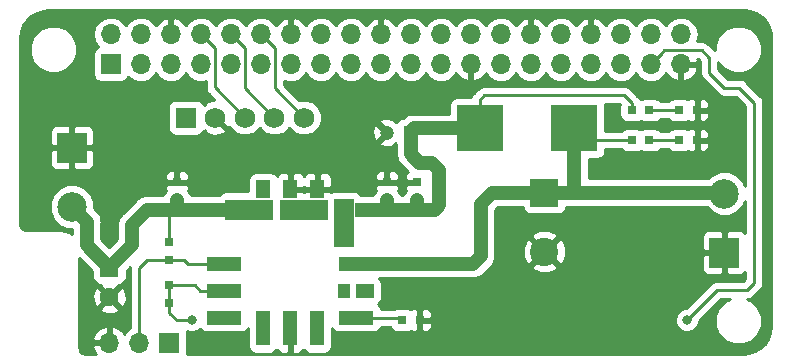
<source format=gbr>
G04 #@! TF.GenerationSoftware,KiCad,Pcbnew,(5.0.0)*
G04 #@! TF.CreationDate,2019-02-20T13:04:28+09:00*
G04 #@! TF.ProjectId,pi-ups,70692D7570732E6B696361645F706362,rev?*
G04 #@! TF.SameCoordinates,Original*
G04 #@! TF.FileFunction,Copper,L1,Top,Signal*
G04 #@! TF.FilePolarity,Positive*
%FSLAX46Y46*%
G04 Gerber Fmt 4.6, Leading zero omitted, Abs format (unit mm)*
G04 Created by KiCad (PCBNEW (5.0.0)) date 02/20/19 13:04:28*
%MOMM*%
%LPD*%
G01*
G04 APERTURE LIST*
G04 #@! TA.AperFunction,ComponentPad*
%ADD10R,1.600000X1.600000*%
G04 #@! TD*
G04 #@! TA.AperFunction,ComponentPad*
%ADD11C,1.600000*%
G04 #@! TD*
G04 #@! TA.AperFunction,SMDPad,CuDef*
%ADD12R,0.750000X0.800000*%
G04 #@! TD*
G04 #@! TA.AperFunction,ComponentPad*
%ADD13R,1.200000X1.200000*%
G04 #@! TD*
G04 #@! TA.AperFunction,ComponentPad*
%ADD14C,1.200000*%
G04 #@! TD*
G04 #@! TA.AperFunction,ComponentPad*
%ADD15R,2.400000X2.400000*%
G04 #@! TD*
G04 #@! TA.AperFunction,ComponentPad*
%ADD16C,2.400000*%
G04 #@! TD*
G04 #@! TA.AperFunction,SMDPad,CuDef*
%ADD17R,3.900000X3.900000*%
G04 #@! TD*
G04 #@! TA.AperFunction,SMDPad,CuDef*
%ADD18R,0.800000X0.750000*%
G04 #@! TD*
G04 #@! TA.AperFunction,ComponentPad*
%ADD19C,2.500000*%
G04 #@! TD*
G04 #@! TA.AperFunction,ComponentPad*
%ADD20R,2.500000X2.500000*%
G04 #@! TD*
G04 #@! TA.AperFunction,ComponentPad*
%ADD21R,1.700000X1.700000*%
G04 #@! TD*
G04 #@! TA.AperFunction,ComponentPad*
%ADD22O,1.700000X1.700000*%
G04 #@! TD*
G04 #@! TA.AperFunction,ComponentPad*
%ADD23R,1.750000X1.750000*%
G04 #@! TD*
G04 #@! TA.AperFunction,ComponentPad*
%ADD24C,1.750000*%
G04 #@! TD*
G04 #@! TA.AperFunction,SMDPad,CuDef*
%ADD25R,4.070000X1.770000*%
G04 #@! TD*
G04 #@! TA.AperFunction,SMDPad,CuDef*
%ADD26R,1.770000X4.070000*%
G04 #@! TD*
G04 #@! TA.AperFunction,SMDPad,CuDef*
%ADD27R,3.000000X1.200000*%
G04 #@! TD*
G04 #@! TA.AperFunction,SMDPad,CuDef*
%ADD28R,1.200000X3.000000*%
G04 #@! TD*
G04 #@! TA.AperFunction,SMDPad,CuDef*
%ADD29R,1.500000X1.200000*%
G04 #@! TD*
G04 #@! TA.AperFunction,SMDPad,CuDef*
%ADD30R,1.000000X1.200000*%
G04 #@! TD*
G04 #@! TA.AperFunction,SMDPad,CuDef*
%ADD31R,1.630000X1.200000*%
G04 #@! TD*
G04 #@! TA.AperFunction,SMDPad,CuDef*
%ADD32R,1.200000X1.630000*%
G04 #@! TD*
G04 #@! TA.AperFunction,ViaPad*
%ADD33C,0.800000*%
G04 #@! TD*
G04 #@! TA.AperFunction,Conductor*
%ADD34C,1.200000*%
G04 #@! TD*
G04 #@! TA.AperFunction,Conductor*
%ADD35C,0.250000*%
G04 #@! TD*
G04 #@! TA.AperFunction,Conductor*
%ADD36C,0.254000*%
G04 #@! TD*
G04 APERTURE END LIST*
D10*
G04 #@! TO.P,C1,1*
G04 #@! TO.N,Net-(C1-Pad1)*
X95250000Y-110490000D03*
D11*
G04 #@! TO.P,C1,2*
G04 #@! TO.N,pi-06*
X95250000Y-112990000D03*
G04 #@! TD*
D12*
G04 #@! TO.P,C2,1*
G04 #@! TO.N,pi-06*
X100965000Y-103275000D03*
G04 #@! TO.P,C2,2*
G04 #@! TO.N,Net-(C1-Pad1)*
X100965000Y-104775000D03*
G04 #@! TD*
G04 #@! TO.P,C3,2*
G04 #@! TO.N,pi-06*
X118745000Y-103275000D03*
G04 #@! TO.P,C3,1*
G04 #@! TO.N,Net-(C3-Pad1)*
X118745000Y-104775000D03*
G04 #@! TD*
D13*
G04 #@! TO.P,C4,1*
G04 #@! TO.N,Net-(C3-Pad1)*
X120745000Y-99060000D03*
D14*
G04 #@! TO.P,C4,2*
G04 #@! TO.N,pi-06*
X118745000Y-99060000D03*
G04 #@! TD*
D15*
G04 #@! TO.P,C5,1*
G04 #@! TO.N,pi-02*
X132080000Y-104140000D03*
D16*
G04 #@! TO.P,C5,2*
G04 #@! TO.N,pi-06*
X132080000Y-109140000D03*
G04 #@! TD*
D17*
G04 #@! TO.P,D1,1*
G04 #@! TO.N,pi-02*
X134620000Y-98680000D03*
G04 #@! TO.P,D1,2*
G04 #@! TO.N,Net-(C3-Pad1)*
X126620000Y-98680000D03*
G04 #@! TD*
D18*
G04 #@! TO.P,D2,2*
G04 #@! TO.N,Net-(D2-Pad2)*
X143510000Y-97155000D03*
G04 #@! TO.P,D2,1*
G04 #@! TO.N,pi-06*
X145010000Y-97155000D03*
G04 #@! TD*
G04 #@! TO.P,D3,1*
G04 #@! TO.N,pi-06*
X145010000Y-99695000D03*
G04 #@! TO.P,D3,2*
G04 #@! TO.N,Net-(D3-Pad2)*
X143510000Y-99695000D03*
G04 #@! TD*
D19*
G04 #@! TO.P,J1,2*
G04 #@! TO.N,Net-(C1-Pad1)*
X92075000Y-105330000D03*
D20*
G04 #@! TO.P,J1,1*
G04 #@! TO.N,pi-06*
X92075000Y-100330000D03*
G04 #@! TD*
D21*
G04 #@! TO.P,J2,1*
G04 #@! TO.N,pi-01*
X95370000Y-93270000D03*
D22*
G04 #@! TO.P,J2,2*
G04 #@! TO.N,pi-02*
X95370000Y-90730000D03*
G04 #@! TO.P,J2,3*
G04 #@! TO.N,N/C*
X97910000Y-93270000D03*
G04 #@! TO.P,J2,4*
G04 #@! TO.N,pi-02*
X97910000Y-90730000D03*
G04 #@! TO.P,J2,5*
G04 #@! TO.N,N/C*
X100450000Y-93270000D03*
G04 #@! TO.P,J2,6*
G04 #@! TO.N,pi-06*
X100450000Y-90730000D03*
G04 #@! TO.P,J2,7*
G04 #@! TO.N,N/C*
X102990000Y-93270000D03*
G04 #@! TO.P,J2,8*
G04 #@! TO.N,pi-08*
X102990000Y-90730000D03*
G04 #@! TO.P,J2,9*
G04 #@! TO.N,pi-06*
X105530000Y-93270000D03*
G04 #@! TO.P,J2,10*
G04 #@! TO.N,pi-10*
X105530000Y-90730000D03*
G04 #@! TO.P,J2,11*
G04 #@! TO.N,N/C*
X108070000Y-93270000D03*
G04 #@! TO.P,J2,12*
G04 #@! TO.N,pi-12*
X108070000Y-90730000D03*
G04 #@! TO.P,J2,13*
G04 #@! TO.N,N/C*
X110610000Y-93270000D03*
G04 #@! TO.P,J2,14*
G04 #@! TO.N,pi-06*
X110610000Y-90730000D03*
G04 #@! TO.P,J2,15*
G04 #@! TO.N,N/C*
X113150000Y-93270000D03*
G04 #@! TO.P,J2,16*
X113150000Y-90730000D03*
G04 #@! TO.P,J2,17*
G04 #@! TO.N,pi-01*
X115690000Y-93270000D03*
G04 #@! TO.P,J2,18*
G04 #@! TO.N,N/C*
X115690000Y-90730000D03*
G04 #@! TO.P,J2,19*
X118230000Y-93270000D03*
G04 #@! TO.P,J2,20*
G04 #@! TO.N,pi-06*
X118230000Y-90730000D03*
G04 #@! TO.P,J2,21*
G04 #@! TO.N,N/C*
X120770000Y-93270000D03*
G04 #@! TO.P,J2,22*
X120770000Y-90730000D03*
G04 #@! TO.P,J2,23*
X123310000Y-93270000D03*
G04 #@! TO.P,J2,24*
X123310000Y-90730000D03*
G04 #@! TO.P,J2,25*
G04 #@! TO.N,pi-06*
X125850000Y-93270000D03*
G04 #@! TO.P,J2,26*
G04 #@! TO.N,N/C*
X125850000Y-90730000D03*
G04 #@! TO.P,J2,27*
X128390000Y-93270000D03*
G04 #@! TO.P,J2,28*
X128390000Y-90730000D03*
G04 #@! TO.P,J2,29*
X130930000Y-93270000D03*
G04 #@! TO.P,J2,30*
G04 #@! TO.N,pi-06*
X130930000Y-90730000D03*
G04 #@! TO.P,J2,31*
G04 #@! TO.N,N/C*
X133470000Y-93270000D03*
G04 #@! TO.P,J2,32*
X133470000Y-90730000D03*
G04 #@! TO.P,J2,33*
X136010000Y-93270000D03*
G04 #@! TO.P,J2,34*
G04 #@! TO.N,pi-06*
X136010000Y-90730000D03*
G04 #@! TO.P,J2,35*
G04 #@! TO.N,N/C*
X138550000Y-93270000D03*
G04 #@! TO.P,J2,36*
X138550000Y-90730000D03*
G04 #@! TO.P,J2,37*
G04 #@! TO.N,pi-37*
X141090000Y-93270000D03*
G04 #@! TO.P,J2,38*
G04 #@! TO.N,N/C*
X141090000Y-90730000D03*
G04 #@! TO.P,J2,39*
G04 #@! TO.N,pi-06*
X143630000Y-93270000D03*
G04 #@! TO.P,J2,40*
G04 #@! TO.N,N/C*
X143630000Y-90730000D03*
G04 #@! TD*
D23*
G04 #@! TO.P,J3,1*
G04 #@! TO.N,pi-02*
X101720000Y-97790000D03*
D24*
G04 #@! TO.P,J3,2*
G04 #@! TO.N,pi-06*
X104220000Y-97790000D03*
G04 #@! TO.P,J3,3*
G04 #@! TO.N,pi-08*
X106720000Y-97790000D03*
G04 #@! TO.P,J3,4*
G04 #@! TO.N,pi-10*
X109220000Y-97790000D03*
G04 #@! TO.P,J3,5*
G04 #@! TO.N,pi-12*
X111720000Y-97790000D03*
G04 #@! TD*
D20*
G04 #@! TO.P,J4,1*
G04 #@! TO.N,pi-06*
X147320000Y-109220000D03*
D19*
G04 #@! TO.P,J4,2*
G04 #@! TO.N,pi-02*
X147320000Y-104220000D03*
G04 #@! TD*
D12*
G04 #@! TO.P,R1,1*
G04 #@! TO.N,Net-(C1-Pad1)*
X100330000Y-108355000D03*
G04 #@! TO.P,R1,2*
G04 #@! TO.N,Net-(R1-Pad2)*
X100330000Y-109855000D03*
G04 #@! TD*
G04 #@! TO.P,R2,1*
G04 #@! TO.N,Net-(C3-Pad1)*
X121285000Y-104775000D03*
G04 #@! TO.P,R2,2*
G04 #@! TO.N,pi-06*
X121285000Y-103275000D03*
G04 #@! TD*
D18*
G04 #@! TO.P,R3,2*
G04 #@! TO.N,pi-06*
X121515000Y-114935000D03*
G04 #@! TO.P,R3,1*
G04 #@! TO.N,Net-(R3-Pad1)*
X120015000Y-114935000D03*
G04 #@! TD*
G04 #@! TO.P,R4,1*
G04 #@! TO.N,Net-(C3-Pad1)*
X139470000Y-97155000D03*
G04 #@! TO.P,R4,2*
G04 #@! TO.N,Net-(D2-Pad2)*
X140970000Y-97155000D03*
G04 #@! TD*
G04 #@! TO.P,R5,2*
G04 #@! TO.N,Net-(D3-Pad2)*
X140970000Y-99695000D03*
G04 #@! TO.P,R5,1*
G04 #@! TO.N,pi-02*
X139470000Y-99695000D03*
G04 #@! TD*
D12*
G04 #@! TO.P,R6,2*
G04 #@! TO.N,pi-37*
X100330000Y-113490000D03*
G04 #@! TO.P,R6,1*
X100330000Y-111990000D03*
G04 #@! TD*
D21*
G04 #@! TO.P,SW1,1*
G04 #@! TO.N,Net-(C1-Pad1)*
X100330000Y-116840000D03*
D22*
G04 #@! TO.P,SW1,2*
G04 #@! TO.N,Net-(R1-Pad2)*
X97790000Y-116840000D03*
G04 #@! TO.P,SW1,3*
G04 #@! TO.N,pi-06*
X95250000Y-116840000D03*
G04 #@! TD*
D25*
G04 #@! TO.P,U1,2*
G04 #@! TO.N,Net-(C1-Pad1)*
X107110000Y-105570000D03*
G04 #@! TO.P,U1,3*
G04 #@! TO.N,pi-06*
X111690000Y-105570000D03*
D26*
G04 #@! TO.P,U1,4*
G04 #@! TO.N,Net-(C3-Pad1)*
X115130000Y-106720000D03*
D27*
G04 #@! TO.P,U1,1*
G04 #@! TO.N,Net-(R1-Pad2)*
X104940000Y-110150000D03*
G04 #@! TO.P,U1,10*
G04 #@! TO.N,pi-37*
X104940000Y-112440000D03*
G04 #@! TO.P,U1,9*
G04 #@! TO.N,N/C*
X104940000Y-114730000D03*
D28*
G04 #@! TO.P,U1,8*
X108250000Y-115630000D03*
G04 #@! TO.P,U1,7*
G04 #@! TO.N,pi-06*
X110540000Y-115630000D03*
G04 #@! TO.P,U1,12*
G04 #@! TO.N,N/C*
X112830000Y-115630000D03*
D27*
G04 #@! TO.P,U1,5*
G04 #@! TO.N,pi-02*
X116140000Y-110150000D03*
G04 #@! TO.P,U1,6*
G04 #@! TO.N,Net-(R3-Pad1)*
X116140000Y-114730000D03*
D29*
G04 #@! TO.P,U1,11*
G04 #@! TO.N,Net-(U1-Pad11)*
X116890000Y-112440000D03*
D30*
X115140000Y-112440000D03*
D31*
G04 #@! TO.P,U1,2*
G04 #@! TO.N,Net-(C1-Pad1)*
X104260000Y-105570000D03*
D32*
X108270000Y-103870000D03*
G04 #@! TO.P,U1,3*
G04 #@! TO.N,pi-06*
X110560000Y-103870000D03*
X112850000Y-103870000D03*
D31*
G04 #@! TO.P,U1,4*
G04 #@! TO.N,Net-(C3-Pad1)*
X116830000Y-105570000D03*
G04 #@! TD*
D33*
G04 #@! TO.N,pi-37*
X144145000Y-114935000D03*
X102235000Y-114935000D03*
G04 #@! TD*
D34*
G04 #@! TO.N,Net-(C1-Pad1)*
X97155000Y-106840000D02*
X98425000Y-105570000D01*
X97155000Y-108585000D02*
X97155000Y-106840000D01*
X95250000Y-110490000D02*
X97155000Y-108585000D01*
D35*
X100330000Y-105570000D02*
X100330000Y-108355000D01*
D34*
X100330000Y-105570000D02*
X98425000Y-105570000D01*
X100965000Y-104775000D02*
X100965000Y-105570000D01*
X104260000Y-105570000D02*
X100965000Y-105570000D01*
X100965000Y-105570000D02*
X100330000Y-105570000D01*
X93345000Y-106600000D02*
X92075000Y-105330000D01*
X95250000Y-110490000D02*
X93345000Y-108585000D01*
X93345000Y-108585000D02*
X93345000Y-106600000D01*
G04 #@! TO.N,Net-(C3-Pad1)*
X120745000Y-99060000D02*
X120745000Y-98965000D01*
X121030000Y-98680000D02*
X126620000Y-98680000D01*
X120745000Y-98965000D02*
X121030000Y-98680000D01*
D35*
X139470000Y-96530000D02*
X138825000Y-95885000D01*
X139470000Y-97155000D02*
X139470000Y-96530000D01*
X138825000Y-95885000D02*
X127000000Y-95885000D01*
X126620000Y-96265000D02*
X126620000Y-98680000D01*
X127000000Y-95885000D02*
X126620000Y-96265000D01*
D34*
X121285000Y-104775000D02*
X121285000Y-105570000D01*
X118745000Y-104775000D02*
X118745000Y-105570000D01*
X116830000Y-105570000D02*
X118745000Y-105570000D01*
X120745000Y-100860000D02*
X121485000Y-101600000D01*
X121485000Y-101600000D02*
X122555000Y-101600000D01*
X122555000Y-101600000D02*
X123190000Y-102235000D01*
X120745000Y-99060000D02*
X120745000Y-100860000D01*
X122776000Y-105570000D02*
X123190000Y-105156000D01*
X123190000Y-102235000D02*
X123190000Y-105156000D01*
X118745000Y-105570000D02*
X120650000Y-105570000D01*
X120650000Y-105570000D02*
X121285000Y-105570000D01*
X120650000Y-105570000D02*
X122776000Y-105570000D01*
G04 #@! TO.N,pi-02*
X134480000Y-104140000D02*
X132080000Y-104140000D01*
X134620000Y-104000000D02*
X134480000Y-104140000D01*
X134620000Y-98680000D02*
X134620000Y-104000000D01*
X147240000Y-104140000D02*
X147320000Y-104220000D01*
X132080000Y-104140000D02*
X147240000Y-104140000D01*
X124475002Y-110150000D02*
X116140000Y-110150000D01*
X126070000Y-110150000D02*
X124475002Y-110150000D01*
X126675002Y-109544998D02*
X126070000Y-110150000D01*
X126675002Y-105099998D02*
X126675002Y-109544998D01*
X132080000Y-104140000D02*
X127635000Y-104140000D01*
X127635000Y-104140000D02*
X126675002Y-105099998D01*
D35*
X135635000Y-99695000D02*
X134620000Y-98680000D01*
X139470000Y-99695000D02*
X135635000Y-99695000D01*
G04 #@! TO.N,Net-(D2-Pad2)*
X140970000Y-97155000D02*
X143510000Y-97155000D01*
G04 #@! TO.N,Net-(D3-Pad2)*
X143510000Y-99695000D02*
X141605000Y-99695000D01*
X141605000Y-99695000D02*
X140970000Y-99695000D01*
G04 #@! TO.N,pi-08*
X104165001Y-95235001D02*
X106720000Y-97790000D01*
X102990000Y-90730000D02*
X104165001Y-91905001D01*
X104165001Y-91905001D02*
X104165001Y-95235001D01*
G04 #@! TO.N,pi-10*
X106705001Y-95275001D02*
X109220000Y-97790000D01*
X105530000Y-90730000D02*
X106705001Y-91905001D01*
X106705001Y-91905001D02*
X106705001Y-95275001D01*
G04 #@! TO.N,pi-12*
X109245001Y-95315001D02*
X111720000Y-97790000D01*
X108070000Y-90730000D02*
X109245001Y-91905001D01*
X109245001Y-91905001D02*
X109245001Y-95315001D01*
G04 #@! TO.N,pi-37*
X100330000Y-111990000D02*
X102465000Y-111990000D01*
X102915000Y-112440000D02*
X104940000Y-112440000D01*
X102465000Y-111990000D02*
X102915000Y-112440000D01*
X100330000Y-113490000D02*
X100330000Y-111990000D01*
X141939999Y-92420001D02*
X141939999Y-92375001D01*
X141090000Y-93270000D02*
X141939999Y-92420001D01*
X141939999Y-92375001D02*
X142240000Y-92075000D01*
X142240000Y-92075000D02*
X144174002Y-92075000D01*
X144174002Y-92075000D02*
X145415000Y-92075000D01*
X145415000Y-92075000D02*
X146050000Y-92710000D01*
X146050000Y-92710000D02*
X146050000Y-93980000D01*
X146050000Y-93980000D02*
X147320000Y-95250000D01*
X147320000Y-95250000D02*
X148590000Y-95250000D01*
X148590000Y-95250000D02*
X149860000Y-96520000D01*
X149860000Y-96520000D02*
X149860000Y-109765002D01*
X149860000Y-109765002D02*
X149860000Y-111760000D01*
X149860000Y-111760000D02*
X149225000Y-112395000D01*
X149225000Y-112395000D02*
X146685000Y-112395000D01*
X146685000Y-112395000D02*
X144145000Y-114935000D01*
X100330000Y-113490000D02*
X100330000Y-113515000D01*
X100330000Y-113515000D02*
X100330000Y-114300000D01*
X100330000Y-114300000D02*
X100965000Y-114935000D01*
X100965000Y-114935000D02*
X102235000Y-114935000D01*
G04 #@! TO.N,Net-(R1-Pad2)*
X100330000Y-109855000D02*
X101600000Y-109855000D01*
X101895000Y-110150000D02*
X104940000Y-110150000D01*
X101600000Y-109855000D02*
X101895000Y-110150000D01*
X97790000Y-110490000D02*
X97790000Y-116840000D01*
X100330000Y-109855000D02*
X98425000Y-109855000D01*
X98425000Y-109855000D02*
X97790000Y-110490000D01*
G04 #@! TO.N,Net-(R3-Pad1)*
X119810000Y-114730000D02*
X120015000Y-114935000D01*
X116140000Y-114730000D02*
X119810000Y-114730000D01*
G04 #@! TD*
D36*
G04 #@! TO.N,pi-06*
G36*
X93802560Y-110789114D02*
X93802560Y-111290000D01*
X93851843Y-111537765D01*
X93992191Y-111747809D01*
X94202235Y-111888157D01*
X94436187Y-111934693D01*
X94421861Y-111982255D01*
X95250000Y-112810395D01*
X96078139Y-111982255D01*
X96063813Y-111934693D01*
X96297765Y-111888157D01*
X96507809Y-111747809D01*
X96648157Y-111537765D01*
X96697440Y-111290000D01*
X96697440Y-110789113D01*
X97019720Y-110466833D01*
X97015112Y-110490000D01*
X97030000Y-110564847D01*
X97030001Y-115561821D01*
X96719375Y-115769375D01*
X96506157Y-116088478D01*
X96445183Y-115958642D01*
X96016924Y-115568355D01*
X95606890Y-115398524D01*
X95377000Y-115519845D01*
X95377000Y-116713000D01*
X95397000Y-116713000D01*
X95397000Y-116967000D01*
X95377000Y-116967000D01*
X95377000Y-116987000D01*
X95123000Y-116987000D01*
X95123000Y-116967000D01*
X93929181Y-116967000D01*
X93808514Y-117196892D01*
X94054817Y-117721358D01*
X94130137Y-117790000D01*
X93169650Y-117790000D01*
X93143391Y-117779123D01*
X92904101Y-117731525D01*
X92822798Y-117677201D01*
X92768475Y-117595901D01*
X92720877Y-117356609D01*
X92710000Y-117330350D01*
X92710000Y-116483108D01*
X93808514Y-116483108D01*
X93929181Y-116713000D01*
X95123000Y-116713000D01*
X95123000Y-115519845D01*
X94893110Y-115398524D01*
X94483076Y-115568355D01*
X94054817Y-115958642D01*
X93808514Y-116483108D01*
X92710000Y-116483108D01*
X92710000Y-113997745D01*
X94421861Y-113997745D01*
X94495995Y-114243864D01*
X95033223Y-114436965D01*
X95603454Y-114409778D01*
X96004005Y-114243864D01*
X96078139Y-113997745D01*
X95250000Y-113169605D01*
X94421861Y-113997745D01*
X92710000Y-113997745D01*
X92710000Y-112773223D01*
X93803035Y-112773223D01*
X93830222Y-113343454D01*
X93996136Y-113744005D01*
X94242255Y-113818139D01*
X95070395Y-112990000D01*
X95429605Y-112990000D01*
X96257745Y-113818139D01*
X96503864Y-113744005D01*
X96696965Y-113206777D01*
X96669778Y-112636546D01*
X96503864Y-112235995D01*
X96257745Y-112161861D01*
X95429605Y-112990000D01*
X95070395Y-112990000D01*
X94242255Y-112161861D01*
X93996136Y-112235995D01*
X93803035Y-112773223D01*
X92710000Y-112773223D01*
X92710000Y-109696553D01*
X93802560Y-110789114D01*
X93802560Y-110789114D01*
G37*
X93802560Y-110789114D02*
X93802560Y-111290000D01*
X93851843Y-111537765D01*
X93992191Y-111747809D01*
X94202235Y-111888157D01*
X94436187Y-111934693D01*
X94421861Y-111982255D01*
X95250000Y-112810395D01*
X96078139Y-111982255D01*
X96063813Y-111934693D01*
X96297765Y-111888157D01*
X96507809Y-111747809D01*
X96648157Y-111537765D01*
X96697440Y-111290000D01*
X96697440Y-110789113D01*
X97019720Y-110466833D01*
X97015112Y-110490000D01*
X97030000Y-110564847D01*
X97030001Y-115561821D01*
X96719375Y-115769375D01*
X96506157Y-116088478D01*
X96445183Y-115958642D01*
X96016924Y-115568355D01*
X95606890Y-115398524D01*
X95377000Y-115519845D01*
X95377000Y-116713000D01*
X95397000Y-116713000D01*
X95397000Y-116967000D01*
X95377000Y-116967000D01*
X95377000Y-116987000D01*
X95123000Y-116987000D01*
X95123000Y-116967000D01*
X93929181Y-116967000D01*
X93808514Y-117196892D01*
X94054817Y-117721358D01*
X94130137Y-117790000D01*
X93169650Y-117790000D01*
X93143391Y-117779123D01*
X92904101Y-117731525D01*
X92822798Y-117677201D01*
X92768475Y-117595901D01*
X92720877Y-117356609D01*
X92710000Y-117330350D01*
X92710000Y-116483108D01*
X93808514Y-116483108D01*
X93929181Y-116713000D01*
X95123000Y-116713000D01*
X95123000Y-115519845D01*
X94893110Y-115398524D01*
X94483076Y-115568355D01*
X94054817Y-115958642D01*
X93808514Y-116483108D01*
X92710000Y-116483108D01*
X92710000Y-113997745D01*
X94421861Y-113997745D01*
X94495995Y-114243864D01*
X95033223Y-114436965D01*
X95603454Y-114409778D01*
X96004005Y-114243864D01*
X96078139Y-113997745D01*
X95250000Y-113169605D01*
X94421861Y-113997745D01*
X92710000Y-113997745D01*
X92710000Y-112773223D01*
X93803035Y-112773223D01*
X93830222Y-113343454D01*
X93996136Y-113744005D01*
X94242255Y-113818139D01*
X95070395Y-112990000D01*
X95429605Y-112990000D01*
X96257745Y-113818139D01*
X96503864Y-113744005D01*
X96696965Y-113206777D01*
X96669778Y-112636546D01*
X96503864Y-112235995D01*
X96257745Y-112161861D01*
X95429605Y-112990000D01*
X95070395Y-112990000D01*
X94242255Y-112161861D01*
X93996136Y-112235995D01*
X93803035Y-112773223D01*
X92710000Y-112773223D01*
X92710000Y-109696553D01*
X93802560Y-110789114D01*
G36*
X149525708Y-88776100D02*
X150023212Y-88956685D01*
X150465835Y-89246881D01*
X150829823Y-89631116D01*
X151095658Y-90088784D01*
X151251892Y-90604629D01*
X151290000Y-91031618D01*
X151290001Y-115314712D01*
X151286063Y-115325301D01*
X151269945Y-115414884D01*
X151199405Y-116019918D01*
X151020809Y-116511944D01*
X150733810Y-116949689D01*
X150353807Y-117309670D01*
X149901180Y-117572576D01*
X149390584Y-117727220D01*
X148934663Y-117767910D01*
X148828463Y-117790000D01*
X101807549Y-117790000D01*
X101827440Y-117690000D01*
X101827440Y-115990000D01*
X101804995Y-115877162D01*
X102029126Y-115970000D01*
X102440874Y-115970000D01*
X102821280Y-115812431D01*
X102927601Y-115706110D01*
X102982191Y-115787809D01*
X103192235Y-115928157D01*
X103440000Y-115977440D01*
X106440000Y-115977440D01*
X106687765Y-115928157D01*
X106897809Y-115787809D01*
X107002560Y-115631039D01*
X107002560Y-117130000D01*
X107051843Y-117377765D01*
X107192191Y-117587809D01*
X107402235Y-117728157D01*
X107650000Y-117777440D01*
X108850000Y-117777440D01*
X109097765Y-117728157D01*
X109307809Y-117587809D01*
X109390840Y-117463545D01*
X109401673Y-117489698D01*
X109580301Y-117668327D01*
X109813690Y-117765000D01*
X110254250Y-117765000D01*
X110413000Y-117606250D01*
X110413000Y-115757000D01*
X110393000Y-115757000D01*
X110393000Y-115503000D01*
X110413000Y-115503000D01*
X110413000Y-115483000D01*
X110667000Y-115483000D01*
X110667000Y-115503000D01*
X110687000Y-115503000D01*
X110687000Y-115757000D01*
X110667000Y-115757000D01*
X110667000Y-117606250D01*
X110825750Y-117765000D01*
X111266310Y-117765000D01*
X111499699Y-117668327D01*
X111678327Y-117489698D01*
X111689160Y-117463545D01*
X111772191Y-117587809D01*
X111982235Y-117728157D01*
X112230000Y-117777440D01*
X113430000Y-117777440D01*
X113677765Y-117728157D01*
X113887809Y-117587809D01*
X114028157Y-117377765D01*
X114077440Y-117130000D01*
X114077440Y-115631039D01*
X114182191Y-115787809D01*
X114392235Y-115928157D01*
X114640000Y-115977440D01*
X117640000Y-115977440D01*
X117887765Y-115928157D01*
X118097809Y-115787809D01*
X118238157Y-115577765D01*
X118255614Y-115490000D01*
X119003364Y-115490000D01*
X119016843Y-115557765D01*
X119157191Y-115767809D01*
X119367235Y-115908157D01*
X119615000Y-115957440D01*
X120415000Y-115957440D01*
X120662765Y-115908157D01*
X120754102Y-115847127D01*
X120755302Y-115848327D01*
X120988691Y-115945000D01*
X121229250Y-115945000D01*
X121388000Y-115786250D01*
X121388000Y-115062000D01*
X121642000Y-115062000D01*
X121642000Y-115786250D01*
X121800750Y-115945000D01*
X122041309Y-115945000D01*
X122274698Y-115848327D01*
X122453327Y-115669699D01*
X122550000Y-115436310D01*
X122550000Y-115220750D01*
X122391250Y-115062000D01*
X121642000Y-115062000D01*
X121388000Y-115062000D01*
X121368000Y-115062000D01*
X121368000Y-114808000D01*
X121388000Y-114808000D01*
X121388000Y-114083750D01*
X121642000Y-114083750D01*
X121642000Y-114808000D01*
X122391250Y-114808000D01*
X122550000Y-114649250D01*
X122550000Y-114433690D01*
X122453327Y-114200301D01*
X122274698Y-114021673D01*
X122041309Y-113925000D01*
X121800750Y-113925000D01*
X121642000Y-114083750D01*
X121388000Y-114083750D01*
X121229250Y-113925000D01*
X120988691Y-113925000D01*
X120755302Y-114021673D01*
X120754102Y-114022873D01*
X120662765Y-113961843D01*
X120415000Y-113912560D01*
X119615000Y-113912560D01*
X119367235Y-113961843D01*
X119355027Y-113970000D01*
X118255614Y-113970000D01*
X118238157Y-113882235D01*
X118097809Y-113672191D01*
X117967319Y-113585000D01*
X118097809Y-113497809D01*
X118238157Y-113287765D01*
X118287440Y-113040000D01*
X118287440Y-111840000D01*
X118238157Y-111592235D01*
X118099686Y-111385000D01*
X125948368Y-111385000D01*
X126070000Y-111409194D01*
X126191632Y-111385000D01*
X126191636Y-111385000D01*
X126551873Y-111313344D01*
X126960385Y-111040385D01*
X127029287Y-110937266D01*
X127462268Y-110504285D01*
X127562705Y-110437175D01*
X130962430Y-110437175D01*
X131085565Y-110724788D01*
X131767734Y-110984707D01*
X132497443Y-110963786D01*
X133074435Y-110724788D01*
X133197570Y-110437175D01*
X132080000Y-109319605D01*
X130962430Y-110437175D01*
X127562705Y-110437175D01*
X127565387Y-110435383D01*
X127838346Y-110026871D01*
X127910002Y-109666634D01*
X127910002Y-109666631D01*
X127934196Y-109544999D01*
X127910002Y-109423367D01*
X127910002Y-108827734D01*
X130235293Y-108827734D01*
X130256214Y-109557443D01*
X130495212Y-110134435D01*
X130782825Y-110257570D01*
X131900395Y-109140000D01*
X132259605Y-109140000D01*
X133377175Y-110257570D01*
X133664788Y-110134435D01*
X133904328Y-109505750D01*
X145435000Y-109505750D01*
X145435000Y-110596309D01*
X145531673Y-110829698D01*
X145710301Y-111008327D01*
X145943690Y-111105000D01*
X147034250Y-111105000D01*
X147193000Y-110946250D01*
X147193000Y-109347000D01*
X145593750Y-109347000D01*
X145435000Y-109505750D01*
X133904328Y-109505750D01*
X133924707Y-109452266D01*
X133903786Y-108722557D01*
X133664788Y-108145565D01*
X133377175Y-108022430D01*
X132259605Y-109140000D01*
X131900395Y-109140000D01*
X130782825Y-108022430D01*
X130495212Y-108145565D01*
X130235293Y-108827734D01*
X127910002Y-108827734D01*
X127910002Y-107842825D01*
X130962430Y-107842825D01*
X132080000Y-108960395D01*
X133196704Y-107843691D01*
X145435000Y-107843691D01*
X145435000Y-108934250D01*
X145593750Y-109093000D01*
X147193000Y-109093000D01*
X147193000Y-107493750D01*
X147034250Y-107335000D01*
X145943690Y-107335000D01*
X145710301Y-107431673D01*
X145531673Y-107610302D01*
X145435000Y-107843691D01*
X133196704Y-107843691D01*
X133197570Y-107842825D01*
X133074435Y-107555212D01*
X132392266Y-107295293D01*
X131662557Y-107316214D01*
X131085565Y-107555212D01*
X130962430Y-107842825D01*
X127910002Y-107842825D01*
X127910002Y-105611551D01*
X128146554Y-105375000D01*
X130239522Y-105375000D01*
X130281843Y-105587765D01*
X130422191Y-105797809D01*
X130632235Y-105938157D01*
X130880000Y-105987440D01*
X133280000Y-105987440D01*
X133527765Y-105938157D01*
X133737809Y-105797809D01*
X133878157Y-105587765D01*
X133920478Y-105375000D01*
X134358368Y-105375000D01*
X134480000Y-105399194D01*
X134601632Y-105375000D01*
X145809207Y-105375000D01*
X146252233Y-105818026D01*
X146945050Y-106105000D01*
X147694950Y-106105000D01*
X148387767Y-105818026D01*
X148918026Y-105287767D01*
X149100001Y-104848441D01*
X149100001Y-107601976D01*
X148929699Y-107431673D01*
X148696310Y-107335000D01*
X147605750Y-107335000D01*
X147447000Y-107493750D01*
X147447000Y-109093000D01*
X147467000Y-109093000D01*
X147467000Y-109347000D01*
X147447000Y-109347000D01*
X147447000Y-110946250D01*
X147605750Y-111105000D01*
X148696310Y-111105000D01*
X148929699Y-111008327D01*
X149100001Y-110838025D01*
X149100001Y-111445198D01*
X148910199Y-111635000D01*
X146759846Y-111635000D01*
X146684999Y-111620112D01*
X146610152Y-111635000D01*
X146610148Y-111635000D01*
X146388463Y-111679096D01*
X146325902Y-111720898D01*
X146200526Y-111804671D01*
X146200524Y-111804673D01*
X146137071Y-111847071D01*
X146094673Y-111910524D01*
X144105199Y-113900000D01*
X143939126Y-113900000D01*
X143558720Y-114057569D01*
X143267569Y-114348720D01*
X143110000Y-114729126D01*
X143110000Y-115140874D01*
X143267569Y-115521280D01*
X143558720Y-115812431D01*
X143939126Y-115970000D01*
X144350874Y-115970000D01*
X144731280Y-115812431D01*
X145022431Y-115521280D01*
X145180000Y-115140874D01*
X145180000Y-114974801D01*
X146999803Y-113155000D01*
X147767170Y-113155000D01*
X147375588Y-113317199D01*
X146817199Y-113875588D01*
X146515000Y-114605159D01*
X146515000Y-115394841D01*
X146817199Y-116124412D01*
X147375588Y-116682801D01*
X148105159Y-116985000D01*
X148894841Y-116985000D01*
X149624412Y-116682801D01*
X150182801Y-116124412D01*
X150485000Y-115394841D01*
X150485000Y-114605159D01*
X150182801Y-113875588D01*
X149624412Y-113317199D01*
X149254572Y-113164006D01*
X149299847Y-113155000D01*
X149299852Y-113155000D01*
X149521537Y-113110904D01*
X149772929Y-112942929D01*
X149815331Y-112879470D01*
X150344473Y-112350329D01*
X150407929Y-112307929D01*
X150575904Y-112056537D01*
X150620000Y-111834852D01*
X150620000Y-111834848D01*
X150634888Y-111760000D01*
X150620000Y-111685152D01*
X150620000Y-96594846D01*
X150634888Y-96519999D01*
X150620000Y-96445152D01*
X150620000Y-96445148D01*
X150575904Y-96223463D01*
X150407929Y-95972071D01*
X150344473Y-95929671D01*
X149180331Y-94765530D01*
X149137929Y-94702071D01*
X148886537Y-94534096D01*
X148664852Y-94490000D01*
X148664847Y-94490000D01*
X148590000Y-94475112D01*
X148515153Y-94490000D01*
X147634802Y-94490000D01*
X146810000Y-93665199D01*
X146810000Y-93107032D01*
X146817199Y-93124412D01*
X147375588Y-93682801D01*
X148105159Y-93985000D01*
X148894841Y-93985000D01*
X149624412Y-93682801D01*
X150182801Y-93124412D01*
X150485000Y-92394841D01*
X150485000Y-91605159D01*
X150182801Y-90875588D01*
X149624412Y-90317199D01*
X148894841Y-90015000D01*
X148105159Y-90015000D01*
X147375588Y-90317199D01*
X146817199Y-90875588D01*
X146515000Y-91605159D01*
X146515000Y-92100198D01*
X146005331Y-91590530D01*
X145962929Y-91527071D01*
X145711537Y-91359096D01*
X145489852Y-91315000D01*
X145489847Y-91315000D01*
X145415000Y-91300112D01*
X145340153Y-91315000D01*
X145025109Y-91315000D01*
X145028839Y-91309418D01*
X145144092Y-90730000D01*
X145028839Y-90150582D01*
X144700625Y-89659375D01*
X144209418Y-89331161D01*
X143776256Y-89245000D01*
X143483744Y-89245000D01*
X143050582Y-89331161D01*
X142559375Y-89659375D01*
X142360000Y-89957761D01*
X142160625Y-89659375D01*
X141669418Y-89331161D01*
X141236256Y-89245000D01*
X140943744Y-89245000D01*
X140510582Y-89331161D01*
X140019375Y-89659375D01*
X139820000Y-89957761D01*
X139620625Y-89659375D01*
X139129418Y-89331161D01*
X138696256Y-89245000D01*
X138403744Y-89245000D01*
X137970582Y-89331161D01*
X137479375Y-89659375D01*
X137266157Y-89978478D01*
X137205183Y-89848642D01*
X136776924Y-89458355D01*
X136366890Y-89288524D01*
X136137000Y-89409845D01*
X136137000Y-90603000D01*
X136157000Y-90603000D01*
X136157000Y-90857000D01*
X136137000Y-90857000D01*
X136137000Y-90877000D01*
X135883000Y-90877000D01*
X135883000Y-90857000D01*
X135863000Y-90857000D01*
X135863000Y-90603000D01*
X135883000Y-90603000D01*
X135883000Y-89409845D01*
X135653110Y-89288524D01*
X135243076Y-89458355D01*
X134814817Y-89848642D01*
X134753843Y-89978478D01*
X134540625Y-89659375D01*
X134049418Y-89331161D01*
X133616256Y-89245000D01*
X133323744Y-89245000D01*
X132890582Y-89331161D01*
X132399375Y-89659375D01*
X132186157Y-89978478D01*
X132125183Y-89848642D01*
X131696924Y-89458355D01*
X131286890Y-89288524D01*
X131057000Y-89409845D01*
X131057000Y-90603000D01*
X131077000Y-90603000D01*
X131077000Y-90857000D01*
X131057000Y-90857000D01*
X131057000Y-90877000D01*
X130803000Y-90877000D01*
X130803000Y-90857000D01*
X130783000Y-90857000D01*
X130783000Y-90603000D01*
X130803000Y-90603000D01*
X130803000Y-89409845D01*
X130573110Y-89288524D01*
X130163076Y-89458355D01*
X129734817Y-89848642D01*
X129673843Y-89978478D01*
X129460625Y-89659375D01*
X128969418Y-89331161D01*
X128536256Y-89245000D01*
X128243744Y-89245000D01*
X127810582Y-89331161D01*
X127319375Y-89659375D01*
X127120000Y-89957761D01*
X126920625Y-89659375D01*
X126429418Y-89331161D01*
X125996256Y-89245000D01*
X125703744Y-89245000D01*
X125270582Y-89331161D01*
X124779375Y-89659375D01*
X124580000Y-89957761D01*
X124380625Y-89659375D01*
X123889418Y-89331161D01*
X123456256Y-89245000D01*
X123163744Y-89245000D01*
X122730582Y-89331161D01*
X122239375Y-89659375D01*
X122040000Y-89957761D01*
X121840625Y-89659375D01*
X121349418Y-89331161D01*
X120916256Y-89245000D01*
X120623744Y-89245000D01*
X120190582Y-89331161D01*
X119699375Y-89659375D01*
X119486157Y-89978478D01*
X119425183Y-89848642D01*
X118996924Y-89458355D01*
X118586890Y-89288524D01*
X118357000Y-89409845D01*
X118357000Y-90603000D01*
X118377000Y-90603000D01*
X118377000Y-90857000D01*
X118357000Y-90857000D01*
X118357000Y-90877000D01*
X118103000Y-90877000D01*
X118103000Y-90857000D01*
X118083000Y-90857000D01*
X118083000Y-90603000D01*
X118103000Y-90603000D01*
X118103000Y-89409845D01*
X117873110Y-89288524D01*
X117463076Y-89458355D01*
X117034817Y-89848642D01*
X116973843Y-89978478D01*
X116760625Y-89659375D01*
X116269418Y-89331161D01*
X115836256Y-89245000D01*
X115543744Y-89245000D01*
X115110582Y-89331161D01*
X114619375Y-89659375D01*
X114420000Y-89957761D01*
X114220625Y-89659375D01*
X113729418Y-89331161D01*
X113296256Y-89245000D01*
X113003744Y-89245000D01*
X112570582Y-89331161D01*
X112079375Y-89659375D01*
X111866157Y-89978478D01*
X111805183Y-89848642D01*
X111376924Y-89458355D01*
X110966890Y-89288524D01*
X110737000Y-89409845D01*
X110737000Y-90603000D01*
X110757000Y-90603000D01*
X110757000Y-90857000D01*
X110737000Y-90857000D01*
X110737000Y-90877000D01*
X110483000Y-90877000D01*
X110483000Y-90857000D01*
X110463000Y-90857000D01*
X110463000Y-90603000D01*
X110483000Y-90603000D01*
X110483000Y-89409845D01*
X110253110Y-89288524D01*
X109843076Y-89458355D01*
X109414817Y-89848642D01*
X109353843Y-89978478D01*
X109140625Y-89659375D01*
X108649418Y-89331161D01*
X108216256Y-89245000D01*
X107923744Y-89245000D01*
X107490582Y-89331161D01*
X106999375Y-89659375D01*
X106800000Y-89957761D01*
X106600625Y-89659375D01*
X106109418Y-89331161D01*
X105676256Y-89245000D01*
X105383744Y-89245000D01*
X104950582Y-89331161D01*
X104459375Y-89659375D01*
X104260000Y-89957761D01*
X104060625Y-89659375D01*
X103569418Y-89331161D01*
X103136256Y-89245000D01*
X102843744Y-89245000D01*
X102410582Y-89331161D01*
X101919375Y-89659375D01*
X101706157Y-89978478D01*
X101645183Y-89848642D01*
X101216924Y-89458355D01*
X100806890Y-89288524D01*
X100577000Y-89409845D01*
X100577000Y-90603000D01*
X100597000Y-90603000D01*
X100597000Y-90857000D01*
X100577000Y-90857000D01*
X100577000Y-90877000D01*
X100323000Y-90877000D01*
X100323000Y-90857000D01*
X100303000Y-90857000D01*
X100303000Y-90603000D01*
X100323000Y-90603000D01*
X100323000Y-89409845D01*
X100093110Y-89288524D01*
X99683076Y-89458355D01*
X99254817Y-89848642D01*
X99193843Y-89978478D01*
X98980625Y-89659375D01*
X98489418Y-89331161D01*
X98056256Y-89245000D01*
X97763744Y-89245000D01*
X97330582Y-89331161D01*
X96839375Y-89659375D01*
X96640000Y-89957761D01*
X96440625Y-89659375D01*
X95949418Y-89331161D01*
X95516256Y-89245000D01*
X95223744Y-89245000D01*
X94790582Y-89331161D01*
X94299375Y-89659375D01*
X93971161Y-90150582D01*
X93855908Y-90730000D01*
X93971161Y-91309418D01*
X94299375Y-91800625D01*
X94317619Y-91812816D01*
X94272235Y-91821843D01*
X94062191Y-91962191D01*
X93921843Y-92172235D01*
X93872560Y-92420000D01*
X93872560Y-94120000D01*
X93921843Y-94367765D01*
X94062191Y-94577809D01*
X94272235Y-94718157D01*
X94520000Y-94767440D01*
X96220000Y-94767440D01*
X96467765Y-94718157D01*
X96677809Y-94577809D01*
X96818157Y-94367765D01*
X96827184Y-94322381D01*
X96839375Y-94340625D01*
X97330582Y-94668839D01*
X97763744Y-94755000D01*
X98056256Y-94755000D01*
X98489418Y-94668839D01*
X98980625Y-94340625D01*
X99180000Y-94042239D01*
X99379375Y-94340625D01*
X99870582Y-94668839D01*
X100303744Y-94755000D01*
X100596256Y-94755000D01*
X101029418Y-94668839D01*
X101520625Y-94340625D01*
X101720000Y-94042239D01*
X101919375Y-94340625D01*
X102410582Y-94668839D01*
X102843744Y-94755000D01*
X103136256Y-94755000D01*
X103405002Y-94701543D01*
X103405002Y-95160149D01*
X103390113Y-95235001D01*
X103405002Y-95309853D01*
X103449098Y-95531538D01*
X103617073Y-95782930D01*
X103680529Y-95825330D01*
X104137362Y-96282163D01*
X103854542Y-96294421D01*
X103420884Y-96474047D01*
X103337546Y-96727938D01*
X103222914Y-96613306D01*
X103183475Y-96652745D01*
X103052809Y-96457191D01*
X102842765Y-96316843D01*
X102595000Y-96267560D01*
X100845000Y-96267560D01*
X100597235Y-96316843D01*
X100387191Y-96457191D01*
X100246843Y-96667235D01*
X100197560Y-96915000D01*
X100197560Y-98665000D01*
X100246843Y-98912765D01*
X100387191Y-99122809D01*
X100597235Y-99263157D01*
X100845000Y-99312440D01*
X102595000Y-99312440D01*
X102842765Y-99263157D01*
X103052809Y-99122809D01*
X103183475Y-98927255D01*
X103222914Y-98966694D01*
X103337546Y-98852062D01*
X103420884Y-99105953D01*
X103985306Y-99311590D01*
X104585458Y-99285579D01*
X105019116Y-99105953D01*
X105102455Y-98852060D01*
X104220000Y-97969605D01*
X104205858Y-97983748D01*
X104026253Y-97804143D01*
X104040395Y-97790000D01*
X104026253Y-97775858D01*
X104205858Y-97596253D01*
X104220000Y-97610395D01*
X104234143Y-97596253D01*
X104413748Y-97775858D01*
X104399605Y-97790000D01*
X105282060Y-98672455D01*
X105430879Y-98623606D01*
X105439884Y-98645346D01*
X105864654Y-99070116D01*
X106419642Y-99300000D01*
X107020358Y-99300000D01*
X107575346Y-99070116D01*
X107970000Y-98675462D01*
X108364654Y-99070116D01*
X108919642Y-99300000D01*
X109520358Y-99300000D01*
X110075346Y-99070116D01*
X110470000Y-98675462D01*
X110864654Y-99070116D01*
X111419642Y-99300000D01*
X112020358Y-99300000D01*
X112575346Y-99070116D01*
X112754426Y-98891036D01*
X117497193Y-98891036D01*
X117527518Y-99381413D01*
X117656836Y-99693617D01*
X117882265Y-99743130D01*
X118565395Y-99060000D01*
X117882265Y-98376870D01*
X117656836Y-98426383D01*
X117497193Y-98891036D01*
X112754426Y-98891036D01*
X113000116Y-98645346D01*
X113230000Y-98090358D01*
X113230000Y-97489642D01*
X113000116Y-96934654D01*
X112575346Y-96509884D01*
X112020358Y-96280000D01*
X111419642Y-96280000D01*
X111324296Y-96319494D01*
X110005001Y-95000200D01*
X110005001Y-94651746D01*
X110030582Y-94668839D01*
X110463744Y-94755000D01*
X110756256Y-94755000D01*
X111189418Y-94668839D01*
X111680625Y-94340625D01*
X111880000Y-94042239D01*
X112079375Y-94340625D01*
X112570582Y-94668839D01*
X113003744Y-94755000D01*
X113296256Y-94755000D01*
X113729418Y-94668839D01*
X114220625Y-94340625D01*
X114420000Y-94042239D01*
X114619375Y-94340625D01*
X115110582Y-94668839D01*
X115543744Y-94755000D01*
X115836256Y-94755000D01*
X116269418Y-94668839D01*
X116760625Y-94340625D01*
X116960000Y-94042239D01*
X117159375Y-94340625D01*
X117650582Y-94668839D01*
X118083744Y-94755000D01*
X118376256Y-94755000D01*
X118809418Y-94668839D01*
X119300625Y-94340625D01*
X119500000Y-94042239D01*
X119699375Y-94340625D01*
X120190582Y-94668839D01*
X120623744Y-94755000D01*
X120916256Y-94755000D01*
X121349418Y-94668839D01*
X121840625Y-94340625D01*
X122040000Y-94042239D01*
X122239375Y-94340625D01*
X122730582Y-94668839D01*
X123163744Y-94755000D01*
X123456256Y-94755000D01*
X123889418Y-94668839D01*
X124380625Y-94340625D01*
X124593843Y-94021522D01*
X124654817Y-94151358D01*
X125083076Y-94541645D01*
X125493110Y-94711476D01*
X125723000Y-94590155D01*
X125723000Y-93397000D01*
X125703000Y-93397000D01*
X125703000Y-93143000D01*
X125723000Y-93143000D01*
X125723000Y-93123000D01*
X125977000Y-93123000D01*
X125977000Y-93143000D01*
X125997000Y-93143000D01*
X125997000Y-93397000D01*
X125977000Y-93397000D01*
X125977000Y-94590155D01*
X126206890Y-94711476D01*
X126616924Y-94541645D01*
X127045183Y-94151358D01*
X127106157Y-94021522D01*
X127319375Y-94340625D01*
X127810582Y-94668839D01*
X128243744Y-94755000D01*
X128536256Y-94755000D01*
X128969418Y-94668839D01*
X129460625Y-94340625D01*
X129660000Y-94042239D01*
X129859375Y-94340625D01*
X130350582Y-94668839D01*
X130783744Y-94755000D01*
X131076256Y-94755000D01*
X131509418Y-94668839D01*
X132000625Y-94340625D01*
X132200000Y-94042239D01*
X132399375Y-94340625D01*
X132890582Y-94668839D01*
X133323744Y-94755000D01*
X133616256Y-94755000D01*
X134049418Y-94668839D01*
X134540625Y-94340625D01*
X134740000Y-94042239D01*
X134939375Y-94340625D01*
X135430582Y-94668839D01*
X135863744Y-94755000D01*
X136156256Y-94755000D01*
X136589418Y-94668839D01*
X137080625Y-94340625D01*
X137280000Y-94042239D01*
X137479375Y-94340625D01*
X137970582Y-94668839D01*
X138403744Y-94755000D01*
X138696256Y-94755000D01*
X139129418Y-94668839D01*
X139620625Y-94340625D01*
X139820000Y-94042239D01*
X140019375Y-94340625D01*
X140510582Y-94668839D01*
X140943744Y-94755000D01*
X141236256Y-94755000D01*
X141669418Y-94668839D01*
X142160625Y-94340625D01*
X142373843Y-94021522D01*
X142434817Y-94151358D01*
X142863076Y-94541645D01*
X143273110Y-94711476D01*
X143503000Y-94590155D01*
X143503000Y-93397000D01*
X143757000Y-93397000D01*
X143757000Y-94590155D01*
X143986890Y-94711476D01*
X144396924Y-94541645D01*
X144825183Y-94151358D01*
X145071486Y-93626892D01*
X144950819Y-93397000D01*
X143757000Y-93397000D01*
X143503000Y-93397000D01*
X143483000Y-93397000D01*
X143483000Y-93143000D01*
X143503000Y-93143000D01*
X143503000Y-93123000D01*
X143757000Y-93123000D01*
X143757000Y-93143000D01*
X144950819Y-93143000D01*
X145071486Y-92913108D01*
X145034804Y-92835000D01*
X145100199Y-92835000D01*
X145290000Y-93024802D01*
X145290001Y-93905149D01*
X145275112Y-93980000D01*
X145334097Y-94276537D01*
X145456759Y-94460113D01*
X145502072Y-94527929D01*
X145565528Y-94570329D01*
X146729670Y-95734472D01*
X146772071Y-95797929D01*
X147023463Y-95965904D01*
X147245148Y-96010000D01*
X147245152Y-96010000D01*
X147319999Y-96024888D01*
X147394846Y-96010000D01*
X148275199Y-96010000D01*
X149100000Y-96834802D01*
X149100001Y-103591559D01*
X148918026Y-103152233D01*
X148387767Y-102621974D01*
X147694950Y-102335000D01*
X146945050Y-102335000D01*
X146252233Y-102621974D01*
X145969207Y-102905000D01*
X135855000Y-102905000D01*
X135855000Y-101277440D01*
X136570000Y-101277440D01*
X136817765Y-101228157D01*
X137027809Y-101087809D01*
X137168157Y-100877765D01*
X137217440Y-100630000D01*
X137217440Y-100455000D01*
X138563541Y-100455000D01*
X138612191Y-100527809D01*
X138822235Y-100668157D01*
X139070000Y-100717440D01*
X139870000Y-100717440D01*
X140117765Y-100668157D01*
X140220000Y-100599845D01*
X140322235Y-100668157D01*
X140570000Y-100717440D01*
X141370000Y-100717440D01*
X141617765Y-100668157D01*
X141827809Y-100527809D01*
X141876459Y-100455000D01*
X142603541Y-100455000D01*
X142652191Y-100527809D01*
X142862235Y-100668157D01*
X143110000Y-100717440D01*
X143910000Y-100717440D01*
X144157765Y-100668157D01*
X144249102Y-100607127D01*
X144250302Y-100608327D01*
X144483691Y-100705000D01*
X144724250Y-100705000D01*
X144883000Y-100546250D01*
X144883000Y-99822000D01*
X145137000Y-99822000D01*
X145137000Y-100546250D01*
X145295750Y-100705000D01*
X145536309Y-100705000D01*
X145769698Y-100608327D01*
X145948327Y-100429699D01*
X146045000Y-100196310D01*
X146045000Y-99980750D01*
X145886250Y-99822000D01*
X145137000Y-99822000D01*
X144883000Y-99822000D01*
X144863000Y-99822000D01*
X144863000Y-99568000D01*
X144883000Y-99568000D01*
X144883000Y-98843750D01*
X145137000Y-98843750D01*
X145137000Y-99568000D01*
X145886250Y-99568000D01*
X146045000Y-99409250D01*
X146045000Y-99193690D01*
X145948327Y-98960301D01*
X145769698Y-98781673D01*
X145536309Y-98685000D01*
X145295750Y-98685000D01*
X145137000Y-98843750D01*
X144883000Y-98843750D01*
X144724250Y-98685000D01*
X144483691Y-98685000D01*
X144250302Y-98781673D01*
X144249102Y-98782873D01*
X144157765Y-98721843D01*
X143910000Y-98672560D01*
X143110000Y-98672560D01*
X142862235Y-98721843D01*
X142652191Y-98862191D01*
X142603541Y-98935000D01*
X141876459Y-98935000D01*
X141827809Y-98862191D01*
X141617765Y-98721843D01*
X141370000Y-98672560D01*
X140570000Y-98672560D01*
X140322235Y-98721843D01*
X140220000Y-98790155D01*
X140117765Y-98721843D01*
X139870000Y-98672560D01*
X139070000Y-98672560D01*
X138822235Y-98721843D01*
X138612191Y-98862191D01*
X138563541Y-98935000D01*
X137217440Y-98935000D01*
X137217440Y-96730000D01*
X137200533Y-96645000D01*
X138449413Y-96645000D01*
X138422560Y-96780000D01*
X138422560Y-97530000D01*
X138471843Y-97777765D01*
X138612191Y-97987809D01*
X138822235Y-98128157D01*
X139070000Y-98177440D01*
X139870000Y-98177440D01*
X140117765Y-98128157D01*
X140220000Y-98059845D01*
X140322235Y-98128157D01*
X140570000Y-98177440D01*
X141370000Y-98177440D01*
X141617765Y-98128157D01*
X141827809Y-97987809D01*
X141876459Y-97915000D01*
X142603541Y-97915000D01*
X142652191Y-97987809D01*
X142862235Y-98128157D01*
X143110000Y-98177440D01*
X143910000Y-98177440D01*
X144157765Y-98128157D01*
X144249102Y-98067127D01*
X144250302Y-98068327D01*
X144483691Y-98165000D01*
X144724250Y-98165000D01*
X144883000Y-98006250D01*
X144883000Y-97282000D01*
X145137000Y-97282000D01*
X145137000Y-98006250D01*
X145295750Y-98165000D01*
X145536309Y-98165000D01*
X145769698Y-98068327D01*
X145948327Y-97889699D01*
X146045000Y-97656310D01*
X146045000Y-97440750D01*
X145886250Y-97282000D01*
X145137000Y-97282000D01*
X144883000Y-97282000D01*
X144863000Y-97282000D01*
X144863000Y-97028000D01*
X144883000Y-97028000D01*
X144883000Y-96303750D01*
X145137000Y-96303750D01*
X145137000Y-97028000D01*
X145886250Y-97028000D01*
X146045000Y-96869250D01*
X146045000Y-96653690D01*
X145948327Y-96420301D01*
X145769698Y-96241673D01*
X145536309Y-96145000D01*
X145295750Y-96145000D01*
X145137000Y-96303750D01*
X144883000Y-96303750D01*
X144724250Y-96145000D01*
X144483691Y-96145000D01*
X144250302Y-96241673D01*
X144249102Y-96242873D01*
X144157765Y-96181843D01*
X143910000Y-96132560D01*
X143110000Y-96132560D01*
X142862235Y-96181843D01*
X142652191Y-96322191D01*
X142603541Y-96395000D01*
X141876459Y-96395000D01*
X141827809Y-96322191D01*
X141617765Y-96181843D01*
X141370000Y-96132560D01*
X140570000Y-96132560D01*
X140322235Y-96181843D01*
X140220000Y-96250155D01*
X140178553Y-96222461D01*
X140060329Y-96045527D01*
X140017929Y-95982071D01*
X139954473Y-95939671D01*
X139415331Y-95400530D01*
X139372929Y-95337071D01*
X139121537Y-95169096D01*
X138899852Y-95125000D01*
X138899847Y-95125000D01*
X138825000Y-95110112D01*
X138750153Y-95125000D01*
X127074846Y-95125000D01*
X126999999Y-95110112D01*
X126925152Y-95125000D01*
X126925148Y-95125000D01*
X126703463Y-95169096D01*
X126452071Y-95337071D01*
X126409669Y-95400530D01*
X126135530Y-95674669D01*
X126072071Y-95717071D01*
X125904096Y-95968464D01*
X125881401Y-96082560D01*
X124670000Y-96082560D01*
X124422235Y-96131843D01*
X124212191Y-96272191D01*
X124071843Y-96482235D01*
X124022560Y-96730000D01*
X124022560Y-97445000D01*
X121151632Y-97445000D01*
X121030000Y-97420806D01*
X120908368Y-97445000D01*
X120908364Y-97445000D01*
X120548127Y-97516656D01*
X120139615Y-97789615D01*
X120121108Y-97817312D01*
X119897235Y-97861843D01*
X119687191Y-98002191D01*
X119597970Y-98135718D01*
X119543822Y-98081570D01*
X119428129Y-98197263D01*
X119378617Y-97971836D01*
X118913964Y-97812193D01*
X118423587Y-97842518D01*
X118111383Y-97971836D01*
X118061870Y-98197265D01*
X118745000Y-98880395D01*
X118759143Y-98866253D01*
X118938748Y-99045858D01*
X118924605Y-99060000D01*
X118938748Y-99074143D01*
X118759143Y-99253748D01*
X118745000Y-99239605D01*
X118061870Y-99922735D01*
X118111383Y-100148164D01*
X118576036Y-100307807D01*
X119066413Y-100277482D01*
X119378617Y-100148164D01*
X119428129Y-99922737D01*
X119510000Y-100004608D01*
X119510001Y-100738364D01*
X119485806Y-100860000D01*
X119581656Y-101341872D01*
X119785714Y-101647267D01*
X119785716Y-101647269D01*
X119854616Y-101750385D01*
X119957732Y-101819285D01*
X120512711Y-102374264D01*
X120371673Y-102515302D01*
X120275000Y-102748691D01*
X120275000Y-102989250D01*
X120433750Y-103148000D01*
X121158000Y-103148000D01*
X121158000Y-103128000D01*
X121412000Y-103128000D01*
X121412000Y-103148000D01*
X121432000Y-103148000D01*
X121432000Y-103402000D01*
X121412000Y-103402000D01*
X121412000Y-103422000D01*
X121158000Y-103422000D01*
X121158000Y-103402000D01*
X120433750Y-103402000D01*
X120275000Y-103560750D01*
X120275000Y-103801309D01*
X120342076Y-103963245D01*
X120121656Y-104293128D01*
X120113327Y-104335000D01*
X119916673Y-104335000D01*
X119908344Y-104293127D01*
X119687924Y-103963245D01*
X119755000Y-103801309D01*
X119755000Y-103560750D01*
X119596250Y-103402000D01*
X118872000Y-103402000D01*
X118872000Y-103422000D01*
X118618000Y-103422000D01*
X118618000Y-103402000D01*
X117893750Y-103402000D01*
X117735000Y-103560750D01*
X117735000Y-103801309D01*
X117802076Y-103963245D01*
X117581656Y-104293128D01*
X117575802Y-104322560D01*
X116536533Y-104322560D01*
X116472809Y-104227191D01*
X116262765Y-104086843D01*
X116015000Y-104037560D01*
X114245000Y-104037560D01*
X114012964Y-104083714D01*
X113926250Y-103997000D01*
X112977000Y-103997000D01*
X112977000Y-104017000D01*
X112723000Y-104017000D01*
X112723000Y-103997000D01*
X111773750Y-103997000D01*
X111705000Y-104065750D01*
X111636250Y-103997000D01*
X110687000Y-103997000D01*
X110687000Y-104017000D01*
X110433000Y-104017000D01*
X110433000Y-103997000D01*
X110413000Y-103997000D01*
X110413000Y-103743000D01*
X110433000Y-103743000D01*
X110433000Y-102578750D01*
X110687000Y-102578750D01*
X110687000Y-103743000D01*
X111636250Y-103743000D01*
X111705000Y-103674250D01*
X111773750Y-103743000D01*
X112723000Y-103743000D01*
X112723000Y-102578750D01*
X112977000Y-102578750D01*
X112977000Y-103743000D01*
X113926250Y-103743000D01*
X114085000Y-103584250D01*
X114085000Y-102928691D01*
X114010442Y-102748691D01*
X117735000Y-102748691D01*
X117735000Y-102989250D01*
X117893750Y-103148000D01*
X118618000Y-103148000D01*
X118618000Y-102398750D01*
X118872000Y-102398750D01*
X118872000Y-103148000D01*
X119596250Y-103148000D01*
X119755000Y-102989250D01*
X119755000Y-102748691D01*
X119658327Y-102515302D01*
X119479699Y-102336673D01*
X119246310Y-102240000D01*
X119030750Y-102240000D01*
X118872000Y-102398750D01*
X118618000Y-102398750D01*
X118459250Y-102240000D01*
X118243690Y-102240000D01*
X118010301Y-102336673D01*
X117831673Y-102515302D01*
X117735000Y-102748691D01*
X114010442Y-102748691D01*
X113988327Y-102695302D01*
X113809699Y-102516673D01*
X113576310Y-102420000D01*
X113135750Y-102420000D01*
X112977000Y-102578750D01*
X112723000Y-102578750D01*
X112564250Y-102420000D01*
X112123690Y-102420000D01*
X111890301Y-102516673D01*
X111711673Y-102695302D01*
X111705000Y-102711412D01*
X111698327Y-102695302D01*
X111519699Y-102516673D01*
X111286310Y-102420000D01*
X110845750Y-102420000D01*
X110687000Y-102578750D01*
X110433000Y-102578750D01*
X110274250Y-102420000D01*
X109833690Y-102420000D01*
X109600301Y-102516673D01*
X109421673Y-102695302D01*
X109410840Y-102721455D01*
X109327809Y-102597191D01*
X109117765Y-102456843D01*
X108870000Y-102407560D01*
X107670000Y-102407560D01*
X107422235Y-102456843D01*
X107212191Y-102597191D01*
X107071843Y-102807235D01*
X107022560Y-103055000D01*
X107022560Y-104037560D01*
X105075000Y-104037560D01*
X104827235Y-104086843D01*
X104617191Y-104227191D01*
X104553467Y-104322560D01*
X103445000Y-104322560D01*
X103382459Y-104335000D01*
X102136673Y-104335000D01*
X102128344Y-104293127D01*
X101907924Y-103963245D01*
X101975000Y-103801309D01*
X101975000Y-103560750D01*
X101816250Y-103402000D01*
X101092000Y-103402000D01*
X101092000Y-103422000D01*
X100838000Y-103422000D01*
X100838000Y-103402000D01*
X100113750Y-103402000D01*
X99955000Y-103560750D01*
X99955000Y-103801309D01*
X100022076Y-103963245D01*
X99801656Y-104293128D01*
X99793327Y-104335000D01*
X98546630Y-104335000D01*
X98424999Y-104310806D01*
X98303368Y-104335000D01*
X98303364Y-104335000D01*
X97943127Y-104406656D01*
X97785183Y-104512191D01*
X97637732Y-104610714D01*
X97637731Y-104610715D01*
X97534615Y-104679615D01*
X97465715Y-104782731D01*
X96367731Y-105880716D01*
X96264616Y-105949615D01*
X96195716Y-106052731D01*
X96195714Y-106052733D01*
X95991656Y-106358128D01*
X95980305Y-106415195D01*
X95920000Y-106718364D01*
X95920000Y-106718368D01*
X95895806Y-106840000D01*
X95920000Y-106961632D01*
X95920000Y-108073446D01*
X95250000Y-108743446D01*
X94580000Y-108073447D01*
X94580000Y-106721630D01*
X94604194Y-106599999D01*
X94580000Y-106478368D01*
X94580000Y-106478364D01*
X94508344Y-106118127D01*
X94364773Y-105903258D01*
X94304286Y-105812732D01*
X94304285Y-105812731D01*
X94235385Y-105709615D01*
X94132269Y-105640715D01*
X93960000Y-105468446D01*
X93960000Y-104955050D01*
X93673026Y-104262233D01*
X93142767Y-103731974D01*
X92449950Y-103445000D01*
X91700050Y-103445000D01*
X91007233Y-103731974D01*
X90476974Y-104262233D01*
X90190000Y-104955050D01*
X90190000Y-105704950D01*
X90476974Y-106397767D01*
X91007233Y-106928026D01*
X91700050Y-107215000D01*
X92110001Y-107215000D01*
X92110000Y-107678120D01*
X91791027Y-107464990D01*
X91526074Y-107355243D01*
X91143391Y-107279123D01*
X90856608Y-107279123D01*
X90830349Y-107290000D01*
X88169650Y-107290000D01*
X88143391Y-107279123D01*
X87904101Y-107231525D01*
X87822798Y-107177201D01*
X87768475Y-107095901D01*
X87720877Y-106856609D01*
X87710000Y-106830350D01*
X87710000Y-102748691D01*
X99955000Y-102748691D01*
X99955000Y-102989250D01*
X100113750Y-103148000D01*
X100838000Y-103148000D01*
X100838000Y-102398750D01*
X101092000Y-102398750D01*
X101092000Y-103148000D01*
X101816250Y-103148000D01*
X101975000Y-102989250D01*
X101975000Y-102748691D01*
X101878327Y-102515302D01*
X101699699Y-102336673D01*
X101466310Y-102240000D01*
X101250750Y-102240000D01*
X101092000Y-102398750D01*
X100838000Y-102398750D01*
X100679250Y-102240000D01*
X100463690Y-102240000D01*
X100230301Y-102336673D01*
X100051673Y-102515302D01*
X99955000Y-102748691D01*
X87710000Y-102748691D01*
X87710000Y-100615750D01*
X90190000Y-100615750D01*
X90190000Y-101706309D01*
X90286673Y-101939698D01*
X90465301Y-102118327D01*
X90698690Y-102215000D01*
X91789250Y-102215000D01*
X91948000Y-102056250D01*
X91948000Y-100457000D01*
X92202000Y-100457000D01*
X92202000Y-102056250D01*
X92360750Y-102215000D01*
X93451310Y-102215000D01*
X93684699Y-102118327D01*
X93863327Y-101939698D01*
X93960000Y-101706309D01*
X93960000Y-100615750D01*
X93801250Y-100457000D01*
X92202000Y-100457000D01*
X91948000Y-100457000D01*
X90348750Y-100457000D01*
X90190000Y-100615750D01*
X87710000Y-100615750D01*
X87710000Y-98953691D01*
X90190000Y-98953691D01*
X90190000Y-100044250D01*
X90348750Y-100203000D01*
X91948000Y-100203000D01*
X91948000Y-98603750D01*
X92202000Y-98603750D01*
X92202000Y-100203000D01*
X93801250Y-100203000D01*
X93960000Y-100044250D01*
X93960000Y-98953691D01*
X93863327Y-98720302D01*
X93684699Y-98541673D01*
X93451310Y-98445000D01*
X92360750Y-98445000D01*
X92202000Y-98603750D01*
X91948000Y-98603750D01*
X91789250Y-98445000D01*
X90698690Y-98445000D01*
X90465301Y-98541673D01*
X90286673Y-98720302D01*
X90190000Y-98953691D01*
X87710000Y-98953691D01*
X87710000Y-91605159D01*
X88515000Y-91605159D01*
X88515000Y-92394841D01*
X88817199Y-93124412D01*
X89375588Y-93682801D01*
X90105159Y-93985000D01*
X90894841Y-93985000D01*
X91624412Y-93682801D01*
X92182801Y-93124412D01*
X92485000Y-92394841D01*
X92485000Y-91605159D01*
X92182801Y-90875588D01*
X91624412Y-90317199D01*
X90894841Y-90015000D01*
X90105159Y-90015000D01*
X89375588Y-90317199D01*
X88817199Y-90875588D01*
X88515000Y-91605159D01*
X87710000Y-91605159D01*
X87710000Y-91041247D01*
X87776100Y-90474292D01*
X87956685Y-89976788D01*
X88246881Y-89534165D01*
X88631116Y-89170177D01*
X89088784Y-88904342D01*
X89604629Y-88748108D01*
X90031618Y-88710000D01*
X148958753Y-88710000D01*
X149525708Y-88776100D01*
X149525708Y-88776100D01*
G37*
X149525708Y-88776100D02*
X150023212Y-88956685D01*
X150465835Y-89246881D01*
X150829823Y-89631116D01*
X151095658Y-90088784D01*
X151251892Y-90604629D01*
X151290000Y-91031618D01*
X151290001Y-115314712D01*
X151286063Y-115325301D01*
X151269945Y-115414884D01*
X151199405Y-116019918D01*
X151020809Y-116511944D01*
X150733810Y-116949689D01*
X150353807Y-117309670D01*
X149901180Y-117572576D01*
X149390584Y-117727220D01*
X148934663Y-117767910D01*
X148828463Y-117790000D01*
X101807549Y-117790000D01*
X101827440Y-117690000D01*
X101827440Y-115990000D01*
X101804995Y-115877162D01*
X102029126Y-115970000D01*
X102440874Y-115970000D01*
X102821280Y-115812431D01*
X102927601Y-115706110D01*
X102982191Y-115787809D01*
X103192235Y-115928157D01*
X103440000Y-115977440D01*
X106440000Y-115977440D01*
X106687765Y-115928157D01*
X106897809Y-115787809D01*
X107002560Y-115631039D01*
X107002560Y-117130000D01*
X107051843Y-117377765D01*
X107192191Y-117587809D01*
X107402235Y-117728157D01*
X107650000Y-117777440D01*
X108850000Y-117777440D01*
X109097765Y-117728157D01*
X109307809Y-117587809D01*
X109390840Y-117463545D01*
X109401673Y-117489698D01*
X109580301Y-117668327D01*
X109813690Y-117765000D01*
X110254250Y-117765000D01*
X110413000Y-117606250D01*
X110413000Y-115757000D01*
X110393000Y-115757000D01*
X110393000Y-115503000D01*
X110413000Y-115503000D01*
X110413000Y-115483000D01*
X110667000Y-115483000D01*
X110667000Y-115503000D01*
X110687000Y-115503000D01*
X110687000Y-115757000D01*
X110667000Y-115757000D01*
X110667000Y-117606250D01*
X110825750Y-117765000D01*
X111266310Y-117765000D01*
X111499699Y-117668327D01*
X111678327Y-117489698D01*
X111689160Y-117463545D01*
X111772191Y-117587809D01*
X111982235Y-117728157D01*
X112230000Y-117777440D01*
X113430000Y-117777440D01*
X113677765Y-117728157D01*
X113887809Y-117587809D01*
X114028157Y-117377765D01*
X114077440Y-117130000D01*
X114077440Y-115631039D01*
X114182191Y-115787809D01*
X114392235Y-115928157D01*
X114640000Y-115977440D01*
X117640000Y-115977440D01*
X117887765Y-115928157D01*
X118097809Y-115787809D01*
X118238157Y-115577765D01*
X118255614Y-115490000D01*
X119003364Y-115490000D01*
X119016843Y-115557765D01*
X119157191Y-115767809D01*
X119367235Y-115908157D01*
X119615000Y-115957440D01*
X120415000Y-115957440D01*
X120662765Y-115908157D01*
X120754102Y-115847127D01*
X120755302Y-115848327D01*
X120988691Y-115945000D01*
X121229250Y-115945000D01*
X121388000Y-115786250D01*
X121388000Y-115062000D01*
X121642000Y-115062000D01*
X121642000Y-115786250D01*
X121800750Y-115945000D01*
X122041309Y-115945000D01*
X122274698Y-115848327D01*
X122453327Y-115669699D01*
X122550000Y-115436310D01*
X122550000Y-115220750D01*
X122391250Y-115062000D01*
X121642000Y-115062000D01*
X121388000Y-115062000D01*
X121368000Y-115062000D01*
X121368000Y-114808000D01*
X121388000Y-114808000D01*
X121388000Y-114083750D01*
X121642000Y-114083750D01*
X121642000Y-114808000D01*
X122391250Y-114808000D01*
X122550000Y-114649250D01*
X122550000Y-114433690D01*
X122453327Y-114200301D01*
X122274698Y-114021673D01*
X122041309Y-113925000D01*
X121800750Y-113925000D01*
X121642000Y-114083750D01*
X121388000Y-114083750D01*
X121229250Y-113925000D01*
X120988691Y-113925000D01*
X120755302Y-114021673D01*
X120754102Y-114022873D01*
X120662765Y-113961843D01*
X120415000Y-113912560D01*
X119615000Y-113912560D01*
X119367235Y-113961843D01*
X119355027Y-113970000D01*
X118255614Y-113970000D01*
X118238157Y-113882235D01*
X118097809Y-113672191D01*
X117967319Y-113585000D01*
X118097809Y-113497809D01*
X118238157Y-113287765D01*
X118287440Y-113040000D01*
X118287440Y-111840000D01*
X118238157Y-111592235D01*
X118099686Y-111385000D01*
X125948368Y-111385000D01*
X126070000Y-111409194D01*
X126191632Y-111385000D01*
X126191636Y-111385000D01*
X126551873Y-111313344D01*
X126960385Y-111040385D01*
X127029287Y-110937266D01*
X127462268Y-110504285D01*
X127562705Y-110437175D01*
X130962430Y-110437175D01*
X131085565Y-110724788D01*
X131767734Y-110984707D01*
X132497443Y-110963786D01*
X133074435Y-110724788D01*
X133197570Y-110437175D01*
X132080000Y-109319605D01*
X130962430Y-110437175D01*
X127562705Y-110437175D01*
X127565387Y-110435383D01*
X127838346Y-110026871D01*
X127910002Y-109666634D01*
X127910002Y-109666631D01*
X127934196Y-109544999D01*
X127910002Y-109423367D01*
X127910002Y-108827734D01*
X130235293Y-108827734D01*
X130256214Y-109557443D01*
X130495212Y-110134435D01*
X130782825Y-110257570D01*
X131900395Y-109140000D01*
X132259605Y-109140000D01*
X133377175Y-110257570D01*
X133664788Y-110134435D01*
X133904328Y-109505750D01*
X145435000Y-109505750D01*
X145435000Y-110596309D01*
X145531673Y-110829698D01*
X145710301Y-111008327D01*
X145943690Y-111105000D01*
X147034250Y-111105000D01*
X147193000Y-110946250D01*
X147193000Y-109347000D01*
X145593750Y-109347000D01*
X145435000Y-109505750D01*
X133904328Y-109505750D01*
X133924707Y-109452266D01*
X133903786Y-108722557D01*
X133664788Y-108145565D01*
X133377175Y-108022430D01*
X132259605Y-109140000D01*
X131900395Y-109140000D01*
X130782825Y-108022430D01*
X130495212Y-108145565D01*
X130235293Y-108827734D01*
X127910002Y-108827734D01*
X127910002Y-107842825D01*
X130962430Y-107842825D01*
X132080000Y-108960395D01*
X133196704Y-107843691D01*
X145435000Y-107843691D01*
X145435000Y-108934250D01*
X145593750Y-109093000D01*
X147193000Y-109093000D01*
X147193000Y-107493750D01*
X147034250Y-107335000D01*
X145943690Y-107335000D01*
X145710301Y-107431673D01*
X145531673Y-107610302D01*
X145435000Y-107843691D01*
X133196704Y-107843691D01*
X133197570Y-107842825D01*
X133074435Y-107555212D01*
X132392266Y-107295293D01*
X131662557Y-107316214D01*
X131085565Y-107555212D01*
X130962430Y-107842825D01*
X127910002Y-107842825D01*
X127910002Y-105611551D01*
X128146554Y-105375000D01*
X130239522Y-105375000D01*
X130281843Y-105587765D01*
X130422191Y-105797809D01*
X130632235Y-105938157D01*
X130880000Y-105987440D01*
X133280000Y-105987440D01*
X133527765Y-105938157D01*
X133737809Y-105797809D01*
X133878157Y-105587765D01*
X133920478Y-105375000D01*
X134358368Y-105375000D01*
X134480000Y-105399194D01*
X134601632Y-105375000D01*
X145809207Y-105375000D01*
X146252233Y-105818026D01*
X146945050Y-106105000D01*
X147694950Y-106105000D01*
X148387767Y-105818026D01*
X148918026Y-105287767D01*
X149100001Y-104848441D01*
X149100001Y-107601976D01*
X148929699Y-107431673D01*
X148696310Y-107335000D01*
X147605750Y-107335000D01*
X147447000Y-107493750D01*
X147447000Y-109093000D01*
X147467000Y-109093000D01*
X147467000Y-109347000D01*
X147447000Y-109347000D01*
X147447000Y-110946250D01*
X147605750Y-111105000D01*
X148696310Y-111105000D01*
X148929699Y-111008327D01*
X149100001Y-110838025D01*
X149100001Y-111445198D01*
X148910199Y-111635000D01*
X146759846Y-111635000D01*
X146684999Y-111620112D01*
X146610152Y-111635000D01*
X146610148Y-111635000D01*
X146388463Y-111679096D01*
X146325902Y-111720898D01*
X146200526Y-111804671D01*
X146200524Y-111804673D01*
X146137071Y-111847071D01*
X146094673Y-111910524D01*
X144105199Y-113900000D01*
X143939126Y-113900000D01*
X143558720Y-114057569D01*
X143267569Y-114348720D01*
X143110000Y-114729126D01*
X143110000Y-115140874D01*
X143267569Y-115521280D01*
X143558720Y-115812431D01*
X143939126Y-115970000D01*
X144350874Y-115970000D01*
X144731280Y-115812431D01*
X145022431Y-115521280D01*
X145180000Y-115140874D01*
X145180000Y-114974801D01*
X146999803Y-113155000D01*
X147767170Y-113155000D01*
X147375588Y-113317199D01*
X146817199Y-113875588D01*
X146515000Y-114605159D01*
X146515000Y-115394841D01*
X146817199Y-116124412D01*
X147375588Y-116682801D01*
X148105159Y-116985000D01*
X148894841Y-116985000D01*
X149624412Y-116682801D01*
X150182801Y-116124412D01*
X150485000Y-115394841D01*
X150485000Y-114605159D01*
X150182801Y-113875588D01*
X149624412Y-113317199D01*
X149254572Y-113164006D01*
X149299847Y-113155000D01*
X149299852Y-113155000D01*
X149521537Y-113110904D01*
X149772929Y-112942929D01*
X149815331Y-112879470D01*
X150344473Y-112350329D01*
X150407929Y-112307929D01*
X150575904Y-112056537D01*
X150620000Y-111834852D01*
X150620000Y-111834848D01*
X150634888Y-111760000D01*
X150620000Y-111685152D01*
X150620000Y-96594846D01*
X150634888Y-96519999D01*
X150620000Y-96445152D01*
X150620000Y-96445148D01*
X150575904Y-96223463D01*
X150407929Y-95972071D01*
X150344473Y-95929671D01*
X149180331Y-94765530D01*
X149137929Y-94702071D01*
X148886537Y-94534096D01*
X148664852Y-94490000D01*
X148664847Y-94490000D01*
X148590000Y-94475112D01*
X148515153Y-94490000D01*
X147634802Y-94490000D01*
X146810000Y-93665199D01*
X146810000Y-93107032D01*
X146817199Y-93124412D01*
X147375588Y-93682801D01*
X148105159Y-93985000D01*
X148894841Y-93985000D01*
X149624412Y-93682801D01*
X150182801Y-93124412D01*
X150485000Y-92394841D01*
X150485000Y-91605159D01*
X150182801Y-90875588D01*
X149624412Y-90317199D01*
X148894841Y-90015000D01*
X148105159Y-90015000D01*
X147375588Y-90317199D01*
X146817199Y-90875588D01*
X146515000Y-91605159D01*
X146515000Y-92100198D01*
X146005331Y-91590530D01*
X145962929Y-91527071D01*
X145711537Y-91359096D01*
X145489852Y-91315000D01*
X145489847Y-91315000D01*
X145415000Y-91300112D01*
X145340153Y-91315000D01*
X145025109Y-91315000D01*
X145028839Y-91309418D01*
X145144092Y-90730000D01*
X145028839Y-90150582D01*
X144700625Y-89659375D01*
X144209418Y-89331161D01*
X143776256Y-89245000D01*
X143483744Y-89245000D01*
X143050582Y-89331161D01*
X142559375Y-89659375D01*
X142360000Y-89957761D01*
X142160625Y-89659375D01*
X141669418Y-89331161D01*
X141236256Y-89245000D01*
X140943744Y-89245000D01*
X140510582Y-89331161D01*
X140019375Y-89659375D01*
X139820000Y-89957761D01*
X139620625Y-89659375D01*
X139129418Y-89331161D01*
X138696256Y-89245000D01*
X138403744Y-89245000D01*
X137970582Y-89331161D01*
X137479375Y-89659375D01*
X137266157Y-89978478D01*
X137205183Y-89848642D01*
X136776924Y-89458355D01*
X136366890Y-89288524D01*
X136137000Y-89409845D01*
X136137000Y-90603000D01*
X136157000Y-90603000D01*
X136157000Y-90857000D01*
X136137000Y-90857000D01*
X136137000Y-90877000D01*
X135883000Y-90877000D01*
X135883000Y-90857000D01*
X135863000Y-90857000D01*
X135863000Y-90603000D01*
X135883000Y-90603000D01*
X135883000Y-89409845D01*
X135653110Y-89288524D01*
X135243076Y-89458355D01*
X134814817Y-89848642D01*
X134753843Y-89978478D01*
X134540625Y-89659375D01*
X134049418Y-89331161D01*
X133616256Y-89245000D01*
X133323744Y-89245000D01*
X132890582Y-89331161D01*
X132399375Y-89659375D01*
X132186157Y-89978478D01*
X132125183Y-89848642D01*
X131696924Y-89458355D01*
X131286890Y-89288524D01*
X131057000Y-89409845D01*
X131057000Y-90603000D01*
X131077000Y-90603000D01*
X131077000Y-90857000D01*
X131057000Y-90857000D01*
X131057000Y-90877000D01*
X130803000Y-90877000D01*
X130803000Y-90857000D01*
X130783000Y-90857000D01*
X130783000Y-90603000D01*
X130803000Y-90603000D01*
X130803000Y-89409845D01*
X130573110Y-89288524D01*
X130163076Y-89458355D01*
X129734817Y-89848642D01*
X129673843Y-89978478D01*
X129460625Y-89659375D01*
X128969418Y-89331161D01*
X128536256Y-89245000D01*
X128243744Y-89245000D01*
X127810582Y-89331161D01*
X127319375Y-89659375D01*
X127120000Y-89957761D01*
X126920625Y-89659375D01*
X126429418Y-89331161D01*
X125996256Y-89245000D01*
X125703744Y-89245000D01*
X125270582Y-89331161D01*
X124779375Y-89659375D01*
X124580000Y-89957761D01*
X124380625Y-89659375D01*
X123889418Y-89331161D01*
X123456256Y-89245000D01*
X123163744Y-89245000D01*
X122730582Y-89331161D01*
X122239375Y-89659375D01*
X122040000Y-89957761D01*
X121840625Y-89659375D01*
X121349418Y-89331161D01*
X120916256Y-89245000D01*
X120623744Y-89245000D01*
X120190582Y-89331161D01*
X119699375Y-89659375D01*
X119486157Y-89978478D01*
X119425183Y-89848642D01*
X118996924Y-89458355D01*
X118586890Y-89288524D01*
X118357000Y-89409845D01*
X118357000Y-90603000D01*
X118377000Y-90603000D01*
X118377000Y-90857000D01*
X118357000Y-90857000D01*
X118357000Y-90877000D01*
X118103000Y-90877000D01*
X118103000Y-90857000D01*
X118083000Y-90857000D01*
X118083000Y-90603000D01*
X118103000Y-90603000D01*
X118103000Y-89409845D01*
X117873110Y-89288524D01*
X117463076Y-89458355D01*
X117034817Y-89848642D01*
X116973843Y-89978478D01*
X116760625Y-89659375D01*
X116269418Y-89331161D01*
X115836256Y-89245000D01*
X115543744Y-89245000D01*
X115110582Y-89331161D01*
X114619375Y-89659375D01*
X114420000Y-89957761D01*
X114220625Y-89659375D01*
X113729418Y-89331161D01*
X113296256Y-89245000D01*
X113003744Y-89245000D01*
X112570582Y-89331161D01*
X112079375Y-89659375D01*
X111866157Y-89978478D01*
X111805183Y-89848642D01*
X111376924Y-89458355D01*
X110966890Y-89288524D01*
X110737000Y-89409845D01*
X110737000Y-90603000D01*
X110757000Y-90603000D01*
X110757000Y-90857000D01*
X110737000Y-90857000D01*
X110737000Y-90877000D01*
X110483000Y-90877000D01*
X110483000Y-90857000D01*
X110463000Y-90857000D01*
X110463000Y-90603000D01*
X110483000Y-90603000D01*
X110483000Y-89409845D01*
X110253110Y-89288524D01*
X109843076Y-89458355D01*
X109414817Y-89848642D01*
X109353843Y-89978478D01*
X109140625Y-89659375D01*
X108649418Y-89331161D01*
X108216256Y-89245000D01*
X107923744Y-89245000D01*
X107490582Y-89331161D01*
X106999375Y-89659375D01*
X106800000Y-89957761D01*
X106600625Y-89659375D01*
X106109418Y-89331161D01*
X105676256Y-89245000D01*
X105383744Y-89245000D01*
X104950582Y-89331161D01*
X104459375Y-89659375D01*
X104260000Y-89957761D01*
X104060625Y-89659375D01*
X103569418Y-89331161D01*
X103136256Y-89245000D01*
X102843744Y-89245000D01*
X102410582Y-89331161D01*
X101919375Y-89659375D01*
X101706157Y-89978478D01*
X101645183Y-89848642D01*
X101216924Y-89458355D01*
X100806890Y-89288524D01*
X100577000Y-89409845D01*
X100577000Y-90603000D01*
X100597000Y-90603000D01*
X100597000Y-90857000D01*
X100577000Y-90857000D01*
X100577000Y-90877000D01*
X100323000Y-90877000D01*
X100323000Y-90857000D01*
X100303000Y-90857000D01*
X100303000Y-90603000D01*
X100323000Y-90603000D01*
X100323000Y-89409845D01*
X100093110Y-89288524D01*
X99683076Y-89458355D01*
X99254817Y-89848642D01*
X99193843Y-89978478D01*
X98980625Y-89659375D01*
X98489418Y-89331161D01*
X98056256Y-89245000D01*
X97763744Y-89245000D01*
X97330582Y-89331161D01*
X96839375Y-89659375D01*
X96640000Y-89957761D01*
X96440625Y-89659375D01*
X95949418Y-89331161D01*
X95516256Y-89245000D01*
X95223744Y-89245000D01*
X94790582Y-89331161D01*
X94299375Y-89659375D01*
X93971161Y-90150582D01*
X93855908Y-90730000D01*
X93971161Y-91309418D01*
X94299375Y-91800625D01*
X94317619Y-91812816D01*
X94272235Y-91821843D01*
X94062191Y-91962191D01*
X93921843Y-92172235D01*
X93872560Y-92420000D01*
X93872560Y-94120000D01*
X93921843Y-94367765D01*
X94062191Y-94577809D01*
X94272235Y-94718157D01*
X94520000Y-94767440D01*
X96220000Y-94767440D01*
X96467765Y-94718157D01*
X96677809Y-94577809D01*
X96818157Y-94367765D01*
X96827184Y-94322381D01*
X96839375Y-94340625D01*
X97330582Y-94668839D01*
X97763744Y-94755000D01*
X98056256Y-94755000D01*
X98489418Y-94668839D01*
X98980625Y-94340625D01*
X99180000Y-94042239D01*
X99379375Y-94340625D01*
X99870582Y-94668839D01*
X100303744Y-94755000D01*
X100596256Y-94755000D01*
X101029418Y-94668839D01*
X101520625Y-94340625D01*
X101720000Y-94042239D01*
X101919375Y-94340625D01*
X102410582Y-94668839D01*
X102843744Y-94755000D01*
X103136256Y-94755000D01*
X103405002Y-94701543D01*
X103405002Y-95160149D01*
X103390113Y-95235001D01*
X103405002Y-95309853D01*
X103449098Y-95531538D01*
X103617073Y-95782930D01*
X103680529Y-95825330D01*
X104137362Y-96282163D01*
X103854542Y-96294421D01*
X103420884Y-96474047D01*
X103337546Y-96727938D01*
X103222914Y-96613306D01*
X103183475Y-96652745D01*
X103052809Y-96457191D01*
X102842765Y-96316843D01*
X102595000Y-96267560D01*
X100845000Y-96267560D01*
X100597235Y-96316843D01*
X100387191Y-96457191D01*
X100246843Y-96667235D01*
X100197560Y-96915000D01*
X100197560Y-98665000D01*
X100246843Y-98912765D01*
X100387191Y-99122809D01*
X100597235Y-99263157D01*
X100845000Y-99312440D01*
X102595000Y-99312440D01*
X102842765Y-99263157D01*
X103052809Y-99122809D01*
X103183475Y-98927255D01*
X103222914Y-98966694D01*
X103337546Y-98852062D01*
X103420884Y-99105953D01*
X103985306Y-99311590D01*
X104585458Y-99285579D01*
X105019116Y-99105953D01*
X105102455Y-98852060D01*
X104220000Y-97969605D01*
X104205858Y-97983748D01*
X104026253Y-97804143D01*
X104040395Y-97790000D01*
X104026253Y-97775858D01*
X104205858Y-97596253D01*
X104220000Y-97610395D01*
X104234143Y-97596253D01*
X104413748Y-97775858D01*
X104399605Y-97790000D01*
X105282060Y-98672455D01*
X105430879Y-98623606D01*
X105439884Y-98645346D01*
X105864654Y-99070116D01*
X106419642Y-99300000D01*
X107020358Y-99300000D01*
X107575346Y-99070116D01*
X107970000Y-98675462D01*
X108364654Y-99070116D01*
X108919642Y-99300000D01*
X109520358Y-99300000D01*
X110075346Y-99070116D01*
X110470000Y-98675462D01*
X110864654Y-99070116D01*
X111419642Y-99300000D01*
X112020358Y-99300000D01*
X112575346Y-99070116D01*
X112754426Y-98891036D01*
X117497193Y-98891036D01*
X117527518Y-99381413D01*
X117656836Y-99693617D01*
X117882265Y-99743130D01*
X118565395Y-99060000D01*
X117882265Y-98376870D01*
X117656836Y-98426383D01*
X117497193Y-98891036D01*
X112754426Y-98891036D01*
X113000116Y-98645346D01*
X113230000Y-98090358D01*
X113230000Y-97489642D01*
X113000116Y-96934654D01*
X112575346Y-96509884D01*
X112020358Y-96280000D01*
X111419642Y-96280000D01*
X111324296Y-96319494D01*
X110005001Y-95000200D01*
X110005001Y-94651746D01*
X110030582Y-94668839D01*
X110463744Y-94755000D01*
X110756256Y-94755000D01*
X111189418Y-94668839D01*
X111680625Y-94340625D01*
X111880000Y-94042239D01*
X112079375Y-94340625D01*
X112570582Y-94668839D01*
X113003744Y-94755000D01*
X113296256Y-94755000D01*
X113729418Y-94668839D01*
X114220625Y-94340625D01*
X114420000Y-94042239D01*
X114619375Y-94340625D01*
X115110582Y-94668839D01*
X115543744Y-94755000D01*
X115836256Y-94755000D01*
X116269418Y-94668839D01*
X116760625Y-94340625D01*
X116960000Y-94042239D01*
X117159375Y-94340625D01*
X117650582Y-94668839D01*
X118083744Y-94755000D01*
X118376256Y-94755000D01*
X118809418Y-94668839D01*
X119300625Y-94340625D01*
X119500000Y-94042239D01*
X119699375Y-94340625D01*
X120190582Y-94668839D01*
X120623744Y-94755000D01*
X120916256Y-94755000D01*
X121349418Y-94668839D01*
X121840625Y-94340625D01*
X122040000Y-94042239D01*
X122239375Y-94340625D01*
X122730582Y-94668839D01*
X123163744Y-94755000D01*
X123456256Y-94755000D01*
X123889418Y-94668839D01*
X124380625Y-94340625D01*
X124593843Y-94021522D01*
X124654817Y-94151358D01*
X125083076Y-94541645D01*
X125493110Y-94711476D01*
X125723000Y-94590155D01*
X125723000Y-93397000D01*
X125703000Y-93397000D01*
X125703000Y-93143000D01*
X125723000Y-93143000D01*
X125723000Y-93123000D01*
X125977000Y-93123000D01*
X125977000Y-93143000D01*
X125997000Y-93143000D01*
X125997000Y-93397000D01*
X125977000Y-93397000D01*
X125977000Y-94590155D01*
X126206890Y-94711476D01*
X126616924Y-94541645D01*
X127045183Y-94151358D01*
X127106157Y-94021522D01*
X127319375Y-94340625D01*
X127810582Y-94668839D01*
X128243744Y-94755000D01*
X128536256Y-94755000D01*
X128969418Y-94668839D01*
X129460625Y-94340625D01*
X129660000Y-94042239D01*
X129859375Y-94340625D01*
X130350582Y-94668839D01*
X130783744Y-94755000D01*
X131076256Y-94755000D01*
X131509418Y-94668839D01*
X132000625Y-94340625D01*
X132200000Y-94042239D01*
X132399375Y-94340625D01*
X132890582Y-94668839D01*
X133323744Y-94755000D01*
X133616256Y-94755000D01*
X134049418Y-94668839D01*
X134540625Y-94340625D01*
X134740000Y-94042239D01*
X134939375Y-94340625D01*
X135430582Y-94668839D01*
X135863744Y-94755000D01*
X136156256Y-94755000D01*
X136589418Y-94668839D01*
X137080625Y-94340625D01*
X137280000Y-94042239D01*
X137479375Y-94340625D01*
X137970582Y-94668839D01*
X138403744Y-94755000D01*
X138696256Y-94755000D01*
X139129418Y-94668839D01*
X139620625Y-94340625D01*
X139820000Y-94042239D01*
X140019375Y-94340625D01*
X140510582Y-94668839D01*
X140943744Y-94755000D01*
X141236256Y-94755000D01*
X141669418Y-94668839D01*
X142160625Y-94340625D01*
X142373843Y-94021522D01*
X142434817Y-94151358D01*
X142863076Y-94541645D01*
X143273110Y-94711476D01*
X143503000Y-94590155D01*
X143503000Y-93397000D01*
X143757000Y-93397000D01*
X143757000Y-94590155D01*
X143986890Y-94711476D01*
X144396924Y-94541645D01*
X144825183Y-94151358D01*
X145071486Y-93626892D01*
X144950819Y-93397000D01*
X143757000Y-93397000D01*
X143503000Y-93397000D01*
X143483000Y-93397000D01*
X143483000Y-93143000D01*
X143503000Y-93143000D01*
X143503000Y-93123000D01*
X143757000Y-93123000D01*
X143757000Y-93143000D01*
X144950819Y-93143000D01*
X145071486Y-92913108D01*
X145034804Y-92835000D01*
X145100199Y-92835000D01*
X145290000Y-93024802D01*
X145290001Y-93905149D01*
X145275112Y-93980000D01*
X145334097Y-94276537D01*
X145456759Y-94460113D01*
X145502072Y-94527929D01*
X145565528Y-94570329D01*
X146729670Y-95734472D01*
X146772071Y-95797929D01*
X147023463Y-95965904D01*
X147245148Y-96010000D01*
X147245152Y-96010000D01*
X147319999Y-96024888D01*
X147394846Y-96010000D01*
X148275199Y-96010000D01*
X149100000Y-96834802D01*
X149100001Y-103591559D01*
X148918026Y-103152233D01*
X148387767Y-102621974D01*
X147694950Y-102335000D01*
X146945050Y-102335000D01*
X146252233Y-102621974D01*
X145969207Y-102905000D01*
X135855000Y-102905000D01*
X135855000Y-101277440D01*
X136570000Y-101277440D01*
X136817765Y-101228157D01*
X137027809Y-101087809D01*
X137168157Y-100877765D01*
X137217440Y-100630000D01*
X137217440Y-100455000D01*
X138563541Y-100455000D01*
X138612191Y-100527809D01*
X138822235Y-100668157D01*
X139070000Y-100717440D01*
X139870000Y-100717440D01*
X140117765Y-100668157D01*
X140220000Y-100599845D01*
X140322235Y-100668157D01*
X140570000Y-100717440D01*
X141370000Y-100717440D01*
X141617765Y-100668157D01*
X141827809Y-100527809D01*
X141876459Y-100455000D01*
X142603541Y-100455000D01*
X142652191Y-100527809D01*
X142862235Y-100668157D01*
X143110000Y-100717440D01*
X143910000Y-100717440D01*
X144157765Y-100668157D01*
X144249102Y-100607127D01*
X144250302Y-100608327D01*
X144483691Y-100705000D01*
X144724250Y-100705000D01*
X144883000Y-100546250D01*
X144883000Y-99822000D01*
X145137000Y-99822000D01*
X145137000Y-100546250D01*
X145295750Y-100705000D01*
X145536309Y-100705000D01*
X145769698Y-100608327D01*
X145948327Y-100429699D01*
X146045000Y-100196310D01*
X146045000Y-99980750D01*
X145886250Y-99822000D01*
X145137000Y-99822000D01*
X144883000Y-99822000D01*
X144863000Y-99822000D01*
X144863000Y-99568000D01*
X144883000Y-99568000D01*
X144883000Y-98843750D01*
X145137000Y-98843750D01*
X145137000Y-99568000D01*
X145886250Y-99568000D01*
X146045000Y-99409250D01*
X146045000Y-99193690D01*
X145948327Y-98960301D01*
X145769698Y-98781673D01*
X145536309Y-98685000D01*
X145295750Y-98685000D01*
X145137000Y-98843750D01*
X144883000Y-98843750D01*
X144724250Y-98685000D01*
X144483691Y-98685000D01*
X144250302Y-98781673D01*
X144249102Y-98782873D01*
X144157765Y-98721843D01*
X143910000Y-98672560D01*
X143110000Y-98672560D01*
X142862235Y-98721843D01*
X142652191Y-98862191D01*
X142603541Y-98935000D01*
X141876459Y-98935000D01*
X141827809Y-98862191D01*
X141617765Y-98721843D01*
X141370000Y-98672560D01*
X140570000Y-98672560D01*
X140322235Y-98721843D01*
X140220000Y-98790155D01*
X140117765Y-98721843D01*
X139870000Y-98672560D01*
X139070000Y-98672560D01*
X138822235Y-98721843D01*
X138612191Y-98862191D01*
X138563541Y-98935000D01*
X137217440Y-98935000D01*
X137217440Y-96730000D01*
X137200533Y-96645000D01*
X138449413Y-96645000D01*
X138422560Y-96780000D01*
X138422560Y-97530000D01*
X138471843Y-97777765D01*
X138612191Y-97987809D01*
X138822235Y-98128157D01*
X139070000Y-98177440D01*
X139870000Y-98177440D01*
X140117765Y-98128157D01*
X140220000Y-98059845D01*
X140322235Y-98128157D01*
X140570000Y-98177440D01*
X141370000Y-98177440D01*
X141617765Y-98128157D01*
X141827809Y-97987809D01*
X141876459Y-97915000D01*
X142603541Y-97915000D01*
X142652191Y-97987809D01*
X142862235Y-98128157D01*
X143110000Y-98177440D01*
X143910000Y-98177440D01*
X144157765Y-98128157D01*
X144249102Y-98067127D01*
X144250302Y-98068327D01*
X144483691Y-98165000D01*
X144724250Y-98165000D01*
X144883000Y-98006250D01*
X144883000Y-97282000D01*
X145137000Y-97282000D01*
X145137000Y-98006250D01*
X145295750Y-98165000D01*
X145536309Y-98165000D01*
X145769698Y-98068327D01*
X145948327Y-97889699D01*
X146045000Y-97656310D01*
X146045000Y-97440750D01*
X145886250Y-97282000D01*
X145137000Y-97282000D01*
X144883000Y-97282000D01*
X144863000Y-97282000D01*
X144863000Y-97028000D01*
X144883000Y-97028000D01*
X144883000Y-96303750D01*
X145137000Y-96303750D01*
X145137000Y-97028000D01*
X145886250Y-97028000D01*
X146045000Y-96869250D01*
X146045000Y-96653690D01*
X145948327Y-96420301D01*
X145769698Y-96241673D01*
X145536309Y-96145000D01*
X145295750Y-96145000D01*
X145137000Y-96303750D01*
X144883000Y-96303750D01*
X144724250Y-96145000D01*
X144483691Y-96145000D01*
X144250302Y-96241673D01*
X144249102Y-96242873D01*
X144157765Y-96181843D01*
X143910000Y-96132560D01*
X143110000Y-96132560D01*
X142862235Y-96181843D01*
X142652191Y-96322191D01*
X142603541Y-96395000D01*
X141876459Y-96395000D01*
X141827809Y-96322191D01*
X141617765Y-96181843D01*
X141370000Y-96132560D01*
X140570000Y-96132560D01*
X140322235Y-96181843D01*
X140220000Y-96250155D01*
X140178553Y-96222461D01*
X140060329Y-96045527D01*
X140017929Y-95982071D01*
X139954473Y-95939671D01*
X139415331Y-95400530D01*
X139372929Y-95337071D01*
X139121537Y-95169096D01*
X138899852Y-95125000D01*
X138899847Y-95125000D01*
X138825000Y-95110112D01*
X138750153Y-95125000D01*
X127074846Y-95125000D01*
X126999999Y-95110112D01*
X126925152Y-95125000D01*
X126925148Y-95125000D01*
X126703463Y-95169096D01*
X126452071Y-95337071D01*
X126409669Y-95400530D01*
X126135530Y-95674669D01*
X126072071Y-95717071D01*
X125904096Y-95968464D01*
X125881401Y-96082560D01*
X124670000Y-96082560D01*
X124422235Y-96131843D01*
X124212191Y-96272191D01*
X124071843Y-96482235D01*
X124022560Y-96730000D01*
X124022560Y-97445000D01*
X121151632Y-97445000D01*
X121030000Y-97420806D01*
X120908368Y-97445000D01*
X120908364Y-97445000D01*
X120548127Y-97516656D01*
X120139615Y-97789615D01*
X120121108Y-97817312D01*
X119897235Y-97861843D01*
X119687191Y-98002191D01*
X119597970Y-98135718D01*
X119543822Y-98081570D01*
X119428129Y-98197263D01*
X119378617Y-97971836D01*
X118913964Y-97812193D01*
X118423587Y-97842518D01*
X118111383Y-97971836D01*
X118061870Y-98197265D01*
X118745000Y-98880395D01*
X118759143Y-98866253D01*
X118938748Y-99045858D01*
X118924605Y-99060000D01*
X118938748Y-99074143D01*
X118759143Y-99253748D01*
X118745000Y-99239605D01*
X118061870Y-99922735D01*
X118111383Y-100148164D01*
X118576036Y-100307807D01*
X119066413Y-100277482D01*
X119378617Y-100148164D01*
X119428129Y-99922737D01*
X119510000Y-100004608D01*
X119510001Y-100738364D01*
X119485806Y-100860000D01*
X119581656Y-101341872D01*
X119785714Y-101647267D01*
X119785716Y-101647269D01*
X119854616Y-101750385D01*
X119957732Y-101819285D01*
X120512711Y-102374264D01*
X120371673Y-102515302D01*
X120275000Y-102748691D01*
X120275000Y-102989250D01*
X120433750Y-103148000D01*
X121158000Y-103148000D01*
X121158000Y-103128000D01*
X121412000Y-103128000D01*
X121412000Y-103148000D01*
X121432000Y-103148000D01*
X121432000Y-103402000D01*
X121412000Y-103402000D01*
X121412000Y-103422000D01*
X121158000Y-103422000D01*
X121158000Y-103402000D01*
X120433750Y-103402000D01*
X120275000Y-103560750D01*
X120275000Y-103801309D01*
X120342076Y-103963245D01*
X120121656Y-104293128D01*
X120113327Y-104335000D01*
X119916673Y-104335000D01*
X119908344Y-104293127D01*
X119687924Y-103963245D01*
X119755000Y-103801309D01*
X119755000Y-103560750D01*
X119596250Y-103402000D01*
X118872000Y-103402000D01*
X118872000Y-103422000D01*
X118618000Y-103422000D01*
X118618000Y-103402000D01*
X117893750Y-103402000D01*
X117735000Y-103560750D01*
X117735000Y-103801309D01*
X117802076Y-103963245D01*
X117581656Y-104293128D01*
X117575802Y-104322560D01*
X116536533Y-104322560D01*
X116472809Y-104227191D01*
X116262765Y-104086843D01*
X116015000Y-104037560D01*
X114245000Y-104037560D01*
X114012964Y-104083714D01*
X113926250Y-103997000D01*
X112977000Y-103997000D01*
X112977000Y-104017000D01*
X112723000Y-104017000D01*
X112723000Y-103997000D01*
X111773750Y-103997000D01*
X111705000Y-104065750D01*
X111636250Y-103997000D01*
X110687000Y-103997000D01*
X110687000Y-104017000D01*
X110433000Y-104017000D01*
X110433000Y-103997000D01*
X110413000Y-103997000D01*
X110413000Y-103743000D01*
X110433000Y-103743000D01*
X110433000Y-102578750D01*
X110687000Y-102578750D01*
X110687000Y-103743000D01*
X111636250Y-103743000D01*
X111705000Y-103674250D01*
X111773750Y-103743000D01*
X112723000Y-103743000D01*
X112723000Y-102578750D01*
X112977000Y-102578750D01*
X112977000Y-103743000D01*
X113926250Y-103743000D01*
X114085000Y-103584250D01*
X114085000Y-102928691D01*
X114010442Y-102748691D01*
X117735000Y-102748691D01*
X117735000Y-102989250D01*
X117893750Y-103148000D01*
X118618000Y-103148000D01*
X118618000Y-102398750D01*
X118872000Y-102398750D01*
X118872000Y-103148000D01*
X119596250Y-103148000D01*
X119755000Y-102989250D01*
X119755000Y-102748691D01*
X119658327Y-102515302D01*
X119479699Y-102336673D01*
X119246310Y-102240000D01*
X119030750Y-102240000D01*
X118872000Y-102398750D01*
X118618000Y-102398750D01*
X118459250Y-102240000D01*
X118243690Y-102240000D01*
X118010301Y-102336673D01*
X117831673Y-102515302D01*
X117735000Y-102748691D01*
X114010442Y-102748691D01*
X113988327Y-102695302D01*
X113809699Y-102516673D01*
X113576310Y-102420000D01*
X113135750Y-102420000D01*
X112977000Y-102578750D01*
X112723000Y-102578750D01*
X112564250Y-102420000D01*
X112123690Y-102420000D01*
X111890301Y-102516673D01*
X111711673Y-102695302D01*
X111705000Y-102711412D01*
X111698327Y-102695302D01*
X111519699Y-102516673D01*
X111286310Y-102420000D01*
X110845750Y-102420000D01*
X110687000Y-102578750D01*
X110433000Y-102578750D01*
X110274250Y-102420000D01*
X109833690Y-102420000D01*
X109600301Y-102516673D01*
X109421673Y-102695302D01*
X109410840Y-102721455D01*
X109327809Y-102597191D01*
X109117765Y-102456843D01*
X108870000Y-102407560D01*
X107670000Y-102407560D01*
X107422235Y-102456843D01*
X107212191Y-102597191D01*
X107071843Y-102807235D01*
X107022560Y-103055000D01*
X107022560Y-104037560D01*
X105075000Y-104037560D01*
X104827235Y-104086843D01*
X104617191Y-104227191D01*
X104553467Y-104322560D01*
X103445000Y-104322560D01*
X103382459Y-104335000D01*
X102136673Y-104335000D01*
X102128344Y-104293127D01*
X101907924Y-103963245D01*
X101975000Y-103801309D01*
X101975000Y-103560750D01*
X101816250Y-103402000D01*
X101092000Y-103402000D01*
X101092000Y-103422000D01*
X100838000Y-103422000D01*
X100838000Y-103402000D01*
X100113750Y-103402000D01*
X99955000Y-103560750D01*
X99955000Y-103801309D01*
X100022076Y-103963245D01*
X99801656Y-104293128D01*
X99793327Y-104335000D01*
X98546630Y-104335000D01*
X98424999Y-104310806D01*
X98303368Y-104335000D01*
X98303364Y-104335000D01*
X97943127Y-104406656D01*
X97785183Y-104512191D01*
X97637732Y-104610714D01*
X97637731Y-104610715D01*
X97534615Y-104679615D01*
X97465715Y-104782731D01*
X96367731Y-105880716D01*
X96264616Y-105949615D01*
X96195716Y-106052731D01*
X96195714Y-106052733D01*
X95991656Y-106358128D01*
X95980305Y-106415195D01*
X95920000Y-106718364D01*
X95920000Y-106718368D01*
X95895806Y-106840000D01*
X95920000Y-106961632D01*
X95920000Y-108073446D01*
X95250000Y-108743446D01*
X94580000Y-108073447D01*
X94580000Y-106721630D01*
X94604194Y-106599999D01*
X94580000Y-106478368D01*
X94580000Y-106478364D01*
X94508344Y-106118127D01*
X94364773Y-105903258D01*
X94304286Y-105812732D01*
X94304285Y-105812731D01*
X94235385Y-105709615D01*
X94132269Y-105640715D01*
X93960000Y-105468446D01*
X93960000Y-104955050D01*
X93673026Y-104262233D01*
X93142767Y-103731974D01*
X92449950Y-103445000D01*
X91700050Y-103445000D01*
X91007233Y-103731974D01*
X90476974Y-104262233D01*
X90190000Y-104955050D01*
X90190000Y-105704950D01*
X90476974Y-106397767D01*
X91007233Y-106928026D01*
X91700050Y-107215000D01*
X92110001Y-107215000D01*
X92110000Y-107678120D01*
X91791027Y-107464990D01*
X91526074Y-107355243D01*
X91143391Y-107279123D01*
X90856608Y-107279123D01*
X90830349Y-107290000D01*
X88169650Y-107290000D01*
X88143391Y-107279123D01*
X87904101Y-107231525D01*
X87822798Y-107177201D01*
X87768475Y-107095901D01*
X87720877Y-106856609D01*
X87710000Y-106830350D01*
X87710000Y-102748691D01*
X99955000Y-102748691D01*
X99955000Y-102989250D01*
X100113750Y-103148000D01*
X100838000Y-103148000D01*
X100838000Y-102398750D01*
X101092000Y-102398750D01*
X101092000Y-103148000D01*
X101816250Y-103148000D01*
X101975000Y-102989250D01*
X101975000Y-102748691D01*
X101878327Y-102515302D01*
X101699699Y-102336673D01*
X101466310Y-102240000D01*
X101250750Y-102240000D01*
X101092000Y-102398750D01*
X100838000Y-102398750D01*
X100679250Y-102240000D01*
X100463690Y-102240000D01*
X100230301Y-102336673D01*
X100051673Y-102515302D01*
X99955000Y-102748691D01*
X87710000Y-102748691D01*
X87710000Y-100615750D01*
X90190000Y-100615750D01*
X90190000Y-101706309D01*
X90286673Y-101939698D01*
X90465301Y-102118327D01*
X90698690Y-102215000D01*
X91789250Y-102215000D01*
X91948000Y-102056250D01*
X91948000Y-100457000D01*
X92202000Y-100457000D01*
X92202000Y-102056250D01*
X92360750Y-102215000D01*
X93451310Y-102215000D01*
X93684699Y-102118327D01*
X93863327Y-101939698D01*
X93960000Y-101706309D01*
X93960000Y-100615750D01*
X93801250Y-100457000D01*
X92202000Y-100457000D01*
X91948000Y-100457000D01*
X90348750Y-100457000D01*
X90190000Y-100615750D01*
X87710000Y-100615750D01*
X87710000Y-98953691D01*
X90190000Y-98953691D01*
X90190000Y-100044250D01*
X90348750Y-100203000D01*
X91948000Y-100203000D01*
X91948000Y-98603750D01*
X92202000Y-98603750D01*
X92202000Y-100203000D01*
X93801250Y-100203000D01*
X93960000Y-100044250D01*
X93960000Y-98953691D01*
X93863327Y-98720302D01*
X93684699Y-98541673D01*
X93451310Y-98445000D01*
X92360750Y-98445000D01*
X92202000Y-98603750D01*
X91948000Y-98603750D01*
X91789250Y-98445000D01*
X90698690Y-98445000D01*
X90465301Y-98541673D01*
X90286673Y-98720302D01*
X90190000Y-98953691D01*
X87710000Y-98953691D01*
X87710000Y-91605159D01*
X88515000Y-91605159D01*
X88515000Y-92394841D01*
X88817199Y-93124412D01*
X89375588Y-93682801D01*
X90105159Y-93985000D01*
X90894841Y-93985000D01*
X91624412Y-93682801D01*
X92182801Y-93124412D01*
X92485000Y-92394841D01*
X92485000Y-91605159D01*
X92182801Y-90875588D01*
X91624412Y-90317199D01*
X90894841Y-90015000D01*
X90105159Y-90015000D01*
X89375588Y-90317199D01*
X88817199Y-90875588D01*
X88515000Y-91605159D01*
X87710000Y-91605159D01*
X87710000Y-91041247D01*
X87776100Y-90474292D01*
X87956685Y-89976788D01*
X88246881Y-89534165D01*
X88631116Y-89170177D01*
X89088784Y-88904342D01*
X89604629Y-88748108D01*
X90031618Y-88710000D01*
X148958753Y-88710000D01*
X149525708Y-88776100D01*
G36*
X111711673Y-105044698D02*
X111817000Y-105150026D01*
X111817000Y-105443000D01*
X111837000Y-105443000D01*
X111837000Y-105697000D01*
X111817000Y-105697000D01*
X111817000Y-105717000D01*
X111563000Y-105717000D01*
X111563000Y-105697000D01*
X111543000Y-105697000D01*
X111543000Y-105443000D01*
X111563000Y-105443000D01*
X111563000Y-105180026D01*
X111698327Y-105044698D01*
X111705000Y-105028588D01*
X111711673Y-105044698D01*
X111711673Y-105044698D01*
G37*
X111711673Y-105044698D02*
X111817000Y-105150026D01*
X111817000Y-105443000D01*
X111837000Y-105443000D01*
X111837000Y-105697000D01*
X111817000Y-105697000D01*
X111817000Y-105717000D01*
X111563000Y-105717000D01*
X111563000Y-105697000D01*
X111543000Y-105697000D01*
X111543000Y-105443000D01*
X111563000Y-105443000D01*
X111563000Y-105180026D01*
X111698327Y-105044698D01*
X111705000Y-105028588D01*
X111711673Y-105044698D01*
G36*
X105657000Y-93143000D02*
X105677000Y-93143000D01*
X105677000Y-93397000D01*
X105657000Y-93397000D01*
X105657000Y-93417000D01*
X105403000Y-93417000D01*
X105403000Y-93397000D01*
X105383000Y-93397000D01*
X105383000Y-93143000D01*
X105403000Y-93143000D01*
X105403000Y-93123000D01*
X105657000Y-93123000D01*
X105657000Y-93143000D01*
X105657000Y-93143000D01*
G37*
X105657000Y-93143000D02*
X105677000Y-93143000D01*
X105677000Y-93397000D01*
X105657000Y-93397000D01*
X105657000Y-93417000D01*
X105403000Y-93417000D01*
X105403000Y-93397000D01*
X105383000Y-93397000D01*
X105383000Y-93143000D01*
X105403000Y-93143000D01*
X105403000Y-93123000D01*
X105657000Y-93123000D01*
X105657000Y-93143000D01*
G04 #@! TD*
M02*

</source>
